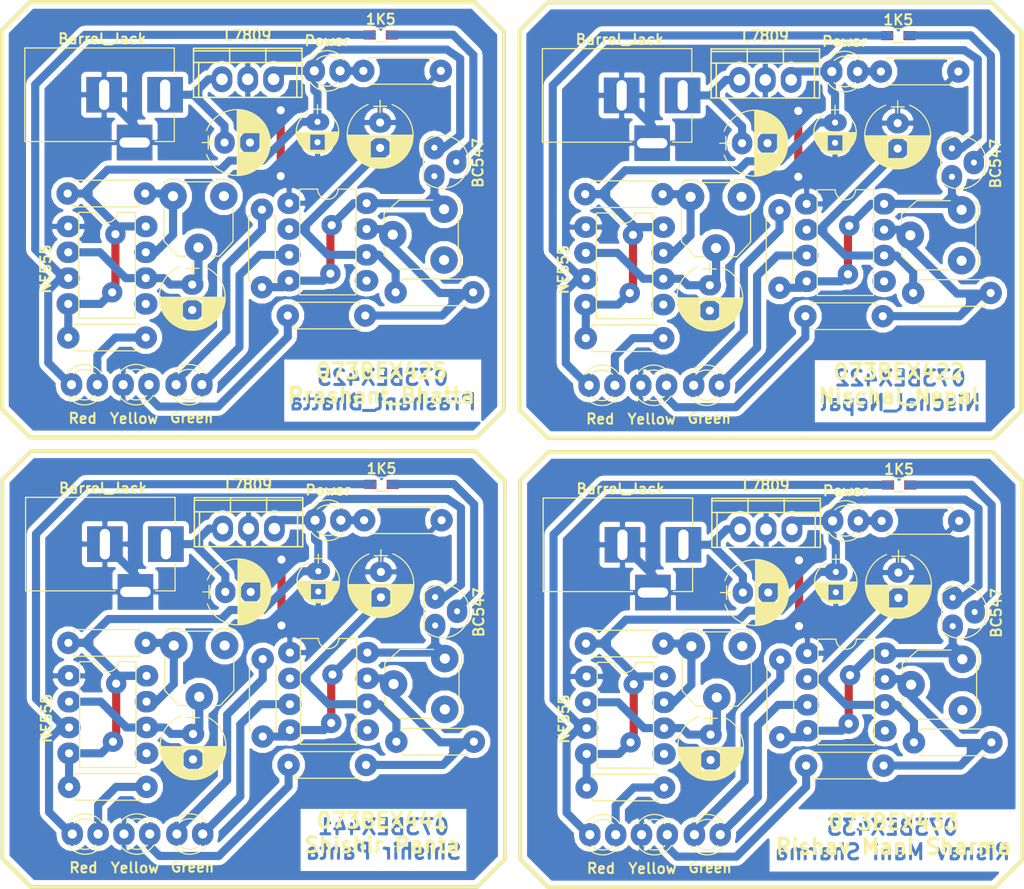
<source format=kicad_pcb>
(kicad_pcb (version 4) (host pcbnew 4.0.7)
  (layers (0 F.Cu signal) (31 B.Cu signal) (34 B.Paste user) (35 F.Paste user) (36 B.SilkS user) (37 F.SilkS user) (38 B.Mask user) (39 F.Mask user) (44 Edge.Cuts user))
  (net 0 "")
  (net 1 "Net-(C1-Pad1)")
  (net 2 GND)
  (net 3 VCC)
  (net 4 "Net-(C3-Pad1)")
  (net 5 "Net-(D1-Pad1)")
  (net 6 "Net-(D1-Pad2)")
  (net 7 "Net-(D3-Pad2)")
  (net 8 "Net-(Q1-Pad3)")
  (net 9 "Net-(R3-Pad1)")
  (net 10 "Net-(D4-Pad1)")
  (net 11 "Net-(C4-Pad2)")
  (net 12 "Net-(D2-Pad2)")
  (net 13 "Net-(D3-Pad1)")
  (net 14 "Net-(R2-Pad2)")
  (net 15 "Net-(Q1-Pad2)")
  (module Potentiometers:Potentiometer_Triwood_RM-065 (layer F.Cu) (at 114.1857 91.6686 180)
    (fp_text reference RV1 hide)
    (fp_text value "POT 100k")
    (pad 2 thru_hole circle (at 2.5 -5.04 180) (size 2.7 2.7) (drill 1) (layers *.Cu *.Mask) (net 4 "Net-(C3-Pad1)"))
    (pad 3 thru_hole circle (at 5 0 180) (size 2.7 2.7) (drill 1) (layers *.Cu *.Mask) (net 14 "Net-(R2-Pad2)"))
    (pad 1 thru_hole circle (at 0 0 180) (size 2.7 2.7) (drill 1) (layers *.Cu *.Mask))
  )
  (module TO_SOT_Packages_THT:TO-92_Molded_Narrow (layer F.Cu) (at 135.6487 87.0331 270)
    (fp_text reference Q1 hide)
    (fp_text value BC547 (at 1.3716 -3.5306 270) (layer F.SilkS) (effects (font (thickness 0.2))))
    (pad 2 thru_hole oval (at 1.27 -1.397) (size 2 2.3) (drill 0.6) (layers *.Cu *.Mask) (net 15 "Net-(Q1-Pad2)"))
    (pad 3 thru_hole oval (at 2.667 0.762) (size 2 2.3) (drill 0.6) (layers *.Cu *.Mask) (net 8 "Net-(Q1-Pad3)"))
    (pad 1 thru_hole oval (at -0.127 0.762) (size 2 2.3) (drill 0.6) (layers *.Cu *.Mask) (net 3 VCC))
  )
  (module Capacitors_THT:CP_Radial_D6.3mm_P2.50mm (layer F.Cu) (at 111.0742 100.3681 270)
    (fp_text reference C3 hide)
    (fp_text value C)
    (pad 1 thru_hole oval (at 0 0 270) (size 2 2.2) (drill 0.8) (layers *.Cu *.Mask) (net 4 "Net-(C3-Pad1)"))
    (pad 2 thru_hole oval (at 2.5 0 270) (size 2 2.2) (drill 0.8) (layers *.Cu *.Mask) (net 2 GND))
  )
  (module Capacitors_THT:CP_Radial_D6.3mm_P2.50mm (layer F.Cu) (at 129.5527 84.4296 270)
    (fp_text reference C4 hide)
    (fp_text value C hide)
    (pad 1 thru_hole oval (at 0 0 270) (size 2 2.2) (drill 0.8) (layers *.Cu *.Mask) (net 2 GND))
    (pad 2 thru_hole oval (at 2.5 0 270) (size 2 2.2) (drill 0.8) (layers *.Cu *.Mask) (net 11 "Net-(C4-Pad2)"))
  )
  (module Connectors:BARREL_JACK (layer F.Cu) (at 108.4072 81.6991)
    (fp_text reference J1 hide)
    (fp_text value Barrel_Jack (at -6.2 -5.5) (layer F.SilkS) (effects (font (thickness 0.2))))
    (pad 1 thru_hole rect (at 0 0) (size 3.5 3.5) (drill oval 1 3) (layers *.Cu *.Mask) (net 1 "Net-(C1-Pad1)"))
    (pad 2 thru_hole rect (at -6 0) (size 3.5 3.5) (drill oval 1 3) (layers *.Cu *.Mask) (net 2 GND))
    (pad 3 thru_hole rect (at -3 4.7) (size 3.5 3.5) (drill oval 3 1) (layers *.Cu *.Mask) (net 2 GND))
  )
  (module Power_Integrations:TO-220 (layer F.Cu) (at 116.5352 80.1751)
    (fp_text reference U1 hide)
    (fp_text value L7809 (at 0 -4.318) (layer F.SilkS) (effects (font (thickness 0.2))))
    (pad 2 thru_hole oval (at 0 0) (size 2.032 2.54) (drill 1.143) (layers *.Cu *.Mask) (net 2 GND))
    (pad 3 thru_hole oval (at 2.54 0) (size 2.032 2.54) (drill 1.143) (layers *.Cu *.Mask) (net 3 VCC))
    (pad 1 thru_hole oval (at -2.54 0) (size 2.032 2.54) (drill 1.143) (layers *.Cu *.Mask) (net 1 "Net-(C1-Pad1)"))
  )
  (module LEDs:LED_D3.0mm (layer F.Cu) (at 125.6157 79.3496 180)
    (fp_text reference D4 hide)
    (fp_text value Power (at 1.27 2.96 180) (layer F.SilkS) (effects (font (thickness 0.2))))
    (pad 1 thru_hole oval (at 0 0 180) (size 2.1 2.3) (drill 0.9) (layers *.Cu *.Mask) (net 10 "Net-(D4-Pad1)"))
    (pad 2 thru_hole oval (at 2.54 0 180) (size 2.1 2.3) (drill 0.9) (layers *.Cu *.Mask) (net 3 VCC))
  )
  (module Capacitors_THT:CP_Radial_D6.3mm_P2.50mm (layer F.Cu) (at 114.2492 86.3981)
    (fp_text reference C1 hide)
    (fp_text value C hide)
    (pad 1 thru_hole oval (at 0 0) (size 2 2.2) (drill 0.8) (layers *.Cu *.Mask) (net 1 "Net-(C1-Pad1)"))
    (pad 2 thru_hole oval (at 2.5 0) (size 2 2.2) (drill 0.8) (layers *.Cu *.Mask) (net 2 GND))
  )
  (module Capacitors_THT:CP_Radial_D4.0mm_P2.00mm (layer F.Cu) (at 123.3932 84.3661 270)
    (fp_text reference C2 hide)
    (fp_text value C hide)
    (pad 1 thru_hole oval (at 0 0 270) (size 1.7 2.3) (drill 0.6) (layers *.Cu *.Mask) (net 3 VCC))
    (pad 2 thru_hole oval (at 2 0 270) (size 1.7 2.3) (drill 0.6) (layers *.Cu *.Mask) (net 2 GND))
  )
  (module LEDs:LED_D3.0mm (layer F.Cu) (at 99.1997 110.2106)
    (fp_text reference D1 hide)
    (fp_text value Red (at 1.1049 3.3147) (layer F.SilkS) (effects (font (thickness 0.2))))
    (pad 1 thru_hole oval (at 0 0) (size 2.1 2.3) (drill 0.9) (layers *.Cu *.Mask) (net 5 "Net-(D1-Pad1)"))
    (pad 2 thru_hole oval (at 2.54 0) (size 2.1 2.3) (drill 0.9) (layers *.Cu *.Mask) (net 6 "Net-(D1-Pad2)"))
  )
  (module LEDs:LED_D3.0mm (layer F.Cu) (at 104.2797 110.2106)
    (fp_text reference D2 hide)
    (fp_text value Yellow (at 1.0795 3.3274) (layer F.SilkS) (effects (font (thickness 0.2))))
    (pad 1 thru_hole oval (at 0 0) (size 2.1 2.3) (drill 0.9) (layers *.Cu *.Mask) (net 2 GND))
    (pad 2 thru_hole oval (at 2.54 0) (size 2.1 2.3) (drill 0.9) (layers *.Cu *.Mask) (net 12 "Net-(D2-Pad2)"))
  )
  (module LEDs:LED_D3.0mm (layer F.Cu) (at 112.0267 110.2106 180)
    (fp_text reference D3 hide)
    (fp_text value Green (at 1.0033 -3.2512 180) (layer F.SilkS) (effects (font (thickness 0.2))))
    (pad 1 thru_hole oval (at 0 0 180) (size 2.1 2.3) (drill 0.9) (layers *.Cu *.Mask) (net 13 "Net-(D3-Pad1)"))
    (pad 2 thru_hole oval (at 2.54 0 180) (size 2.1 2.3) (drill 0.9) (layers *.Cu *.Mask) (net 7 "Net-(D3-Pad2)"))
  )
  (module Resistors_THT:R_Axial_DIN0207_L6.3mm_D2.5mm_P7.62mm_Horizontal (layer F.Cu) (at 106.5022 105.5751 180)
    (fp_text reference R1 hide)
    (fp_text value 220)
    (pad 1 thru_hole circle (at 0 0 180) (size 2.2 2.2) (drill 0.8) (layers *.Cu *.Mask) (net 6 "Net-(D1-Pad2)"))
    (pad 2 thru_hole circle (at 7.62 0 180) (size 2.2 2.2) (drill 0.8) (layers *.Cu *.Mask) (net 3 VCC))
  )
  (module Resistors_THT:R_Axial_DIN0207_L6.3mm_D2.5mm_P7.62mm_Horizontal (layer F.Cu) (at 98.8187 91.4146)
    (fp_text reference R2 hide)
    (fp_text value 4k7)
    (pad 1 thru_hole circle (at 0 0) (size 2.2 2.2) (drill 0.8) (layers *.Cu *.Mask) (net 3 VCC))
    (pad 2 thru_hole circle (at 7.62 0) (size 2.2 2.2) (drill 0.8) (layers *.Cu *.Mask) (net 14 "Net-(R2-Pad2)"))
  )
  (module Resistors_THT:R_Axial_DIN0207_L6.3mm_D2.5mm_P7.62mm_Horizontal (layer F.Cu) (at 138.6967 101.1301 180)
    (fp_text reference R3 hide)
    (fp_text value 10k)
    (pad 1 thru_hole circle (at 0 0 180) (size 2.2 2.2) (drill 0.8) (layers *.Cu *.Mask) (net 9 "Net-(R3-Pad1)"))
    (pad 2 thru_hole circle (at 7.62 0 180) (size 2.2 2.2) (drill 0.8) (layers *.Cu *.Mask) (net 11 "Net-(C4-Pad2)"))
  )
  (module Resistors_THT:R_Axial_DIN0207_L6.3mm_D2.5mm_P7.62mm_Horizontal (layer F.Cu) (at 117.9322 100.6221 90)
    (fp_text reference R4 hide)
    (fp_text value R)
    (pad 1 thru_hole circle (at 0 0 90) (size 2.2 2.2) (drill 0.8) (layers *.Cu *.Mask) (net 8 "Net-(Q1-Pad3)"))
    (pad 2 thru_hole circle (at 7.62 0 90) (size 2.2 2.2) (drill 0.8) (layers *.Cu *.Mask) (net 7 "Net-(D3-Pad2)"))
  )
  (module Resistors_THT:R_Axial_DIN0207_L6.3mm_D2.5mm_P7.62mm_Horizontal (layer F.Cu) (at 128.0922 103.4161 180)
    (fp_text reference R5 hide)
    (fp_text value 220)
    (pad 1 thru_hole circle (at 0 0 180) (size 2.2 2.2) (drill 0.8) (layers *.Cu *.Mask) (net 9 "Net-(R3-Pad1)"))
    (pad 2 thru_hole circle (at 7.62 0 180) (size 2.2 2.2) (drill 0.8) (layers *.Cu *.Mask) (net 12 "Net-(D2-Pad2)"))
  )
  (module Resistors_THT:R_Axial_DIN0207_L6.3mm_D2.5mm_P7.62mm_Horizontal (layer F.Cu) (at 127.9017 79.3496)
    (fp_text reference R6 hide)
    (fp_text value 470)
    (pad 1 thru_hole circle (at 0 0) (size 2.2 2.2) (drill 0.8) (layers *.Cu *.Mask) (net 10 "Net-(D4-Pad1)"))
    (pad 2 thru_hole circle (at 7.62 0) (size 2.2 2.2) (drill 0.8) (layers *.Cu *.Mask) (net 2 GND))
  )
  (module Potentiometers:Potentiometer_Triwood_RM-065 (layer F.Cu) (at 135.8392 97.9551 90)
    (fp_text reference RV2 hide)
    (fp_text value "POT 100k")
    (pad 2 thru_hole circle (at 2.5 -5.04 90) (size 2.7 2.7) (drill 1) (layers *.Cu *.Mask) (net 9 "Net-(R3-Pad1)"))
    (pad 3 thru_hole circle (at 5 0 90) (size 2.7 2.7) (drill 1) (layers *.Cu *.Mask) (net 8 "Net-(Q1-Pad3)"))
    (pad 1 thru_hole circle (at 0 0 90) (size 2.7 2.7) (drill 1) (layers *.Cu *.Mask))
  )
  (module Housings_DIP:DIP-8_W7.62mm (layer F.Cu) (at 98.8822 94.6531)
    (fp_text reference U2 hide)
    (fp_text value NE555 (at -2.2225 4.191 90) (layer F.SilkS) (effects (font (thickness 0.2))))
    (pad 1 thru_hole oval (at 0 0) (size 2.3 2.1) (drill 0.8) (layers *.Cu *.Mask) (net 2 GND))
    (pad 5 thru_hole oval (at 7.62 7.62) (size 2.3 2.1) (drill 0.8) (layers *.Cu *.Mask))
    (pad 2 thru_hole oval (at 0 2.54) (size 2.3 2.1) (drill 0.8) (layers *.Cu *.Mask) (net 4 "Net-(C3-Pad1)"))
    (pad 6 thru_hole oval (at 7.62 5.08) (size 2.3 2.1) (drill 0.8) (layers *.Cu *.Mask) (net 4 "Net-(C3-Pad1)"))
    (pad 3 thru_hole oval (at 0 5.08) (size 2.3 2.1) (drill 0.8) (layers *.Cu *.Mask) (net 5 "Net-(D1-Pad1)"))
    (pad 7 thru_hole oval (at 7.62 2.54) (size 2.3 2.1) (drill 0.8) (layers *.Cu *.Mask) (net 14 "Net-(R2-Pad2)"))
    (pad 4 thru_hole oval (at 0 7.62) (size 2.3 2.1) (drill 0.8) (layers *.Cu *.Mask) (net 3 VCC))
    (pad 8 thru_hole oval (at 7.62 0) (size 2.3 2.1) (drill 0.8) (layers *.Cu *.Mask) (net 3 VCC))
  )
  (module Housings_DIP:DIP-8_W7.62mm (layer F.Cu) (at 120.5992 92.3671)
    (fp_text reference U3 hide)
    (fp_text value NE555)
    (pad 1 thru_hole oval (at 0 0) (size 2.3 2.1) (drill 0.8) (layers *.Cu *.Mask) (net 2 GND))
    (pad 5 thru_hole oval (at 7.62 7.62) (size 2.3 2.1) (drill 0.8) (layers *.Cu *.Mask))
    (pad 2 thru_hole oval (at 0 2.54) (size 2.3 2.1) (drill 0.8) (layers *.Cu *.Mask) (net 11 "Net-(C4-Pad2)"))
    (pad 6 thru_hole oval (at 7.62 5.08) (size 2.3 2.1) (drill 0.8) (layers *.Cu *.Mask) (net 11 "Net-(C4-Pad2)"))
    (pad 3 thru_hole oval (at 0 5.08) (size 2.3 2.1) (drill 0.8) (layers *.Cu *.Mask) (net 13 "Net-(D3-Pad1)"))
    (pad 7 thru_hole oval (at 7.62 2.54) (size 2.3 2.1) (drill 0.8) (layers *.Cu *.Mask) (net 9 "Net-(R3-Pad1)"))
    (pad 4 thru_hole oval (at 0 7.62) (size 2.3 2.1) (drill 0.8) (layers *.Cu *.Mask) (net 8 "Net-(Q1-Pad3)"))
    (pad 8 thru_hole oval (at 7.62 0) (size 2.3 2.1) (drill 0.8) (layers *.Cu *.Mask) (net 8 "Net-(Q1-Pad3)"))
  )
  (module Resistors_SMD:R_0603_HandSoldering (layer F.Cu) (at 129.6162 75.819 180)
    (fp_text reference R7 hide)
    (fp_text value 1K5 (at 0 1.55 180) (layer F.SilkS) (effects (font (thickness 0.2))))
    (pad 1 smd rect (at -1.1 0 180) (size 1.2 0.9) (layers F.Cu F.Paste F.Mask) (net 15 "Net-(Q1-Pad2)"))
    (pad 2 smd rect (at 1.1 0 180) (size 1.2 0.9) (layers F.Cu F.Paste F.Mask) (net 5 "Net-(D1-Pad1)"))
  )
  (module Resistors_SMD:R_0603_HandSoldering (layer F.Cu) (at 180.5178 75.8825 180)
    (fp_text reference R7 hide)
    (fp_text value 1K5 (at 0 1.55 180) (layer F.SilkS) (effects (font (thickness 0.2))))
    (pad 1 smd rect (at -1.1 0 180) (size 1.2 0.9) (layers F.Cu F.Paste F.Mask) (net 15 "Net-(Q1-Pad2)"))
    (pad 2 smd rect (at 1.1 0 180) (size 1.2 0.9) (layers F.Cu F.Paste F.Mask) (net 5 "Net-(D1-Pad1)"))
  )
  (module Housings_DIP:DIP-8_W7.62mm (layer F.Cu) (at 171.5008 92.4306)
    (fp_text reference U3 hide)
    (fp_text value NE555)
    (pad 1 thru_hole oval (at 0 0) (size 2.3 2.1) (drill 0.8) (layers *.Cu *.Mask) (net 2 GND))
    (pad 5 thru_hole oval (at 7.62 7.62) (size 2.3 2.1) (drill 0.8) (layers *.Cu *.Mask))
    (pad 2 thru_hole oval (at 0 2.54) (size 2.3 2.1) (drill 0.8) (layers *.Cu *.Mask) (net 11 "Net-(C4-Pad2)"))
    (pad 6 thru_hole oval (at 7.62 5.08) (size 2.3 2.1) (drill 0.8) (layers *.Cu *.Mask) (net 11 "Net-(C4-Pad2)"))
    (pad 3 thru_hole oval (at 0 5.08) (size 2.3 2.1) (drill 0.8) (layers *.Cu *.Mask) (net 13 "Net-(D3-Pad1)"))
    (pad 7 thru_hole oval (at 7.62 2.54) (size 2.3 2.1) (drill 0.8) (layers *.Cu *.Mask) (net 9 "Net-(R3-Pad1)"))
    (pad 4 thru_hole oval (at 0 7.62) (size 2.3 2.1) (drill 0.8) (layers *.Cu *.Mask) (net 8 "Net-(Q1-Pad3)"))
    (pad 8 thru_hole oval (at 7.62 0) (size 2.3 2.1) (drill 0.8) (layers *.Cu *.Mask) (net 8 "Net-(Q1-Pad3)"))
  )
  (module Housings_DIP:DIP-8_W7.62mm (layer F.Cu) (at 149.7838 94.7166)
    (fp_text reference U2 hide)
    (fp_text value NE555 (at -2.2225 4.191 90) (layer F.SilkS) (effects (font (thickness 0.2))))
    (pad 1 thru_hole oval (at 0 0) (size 2.3 2.1) (drill 0.8) (layers *.Cu *.Mask) (net 2 GND))
    (pad 5 thru_hole oval (at 7.62 7.62) (size 2.3 2.1) (drill 0.8) (layers *.Cu *.Mask))
    (pad 2 thru_hole oval (at 0 2.54) (size 2.3 2.1) (drill 0.8) (layers *.Cu *.Mask) (net 4 "Net-(C3-Pad1)"))
    (pad 6 thru_hole oval (at 7.62 5.08) (size 2.3 2.1) (drill 0.8) (layers *.Cu *.Mask) (net 4 "Net-(C3-Pad1)"))
    (pad 3 thru_hole oval (at 0 5.08) (size 2.3 2.1) (drill 0.8) (layers *.Cu *.Mask) (net 5 "Net-(D1-Pad1)"))
    (pad 7 thru_hole oval (at 7.62 2.54) (size 2.3 2.1) (drill 0.8) (layers *.Cu *.Mask) (net 14 "Net-(R2-Pad2)"))
    (pad 4 thru_hole oval (at 0 7.62) (size 2.3 2.1) (drill 0.8) (layers *.Cu *.Mask) (net 3 VCC))
    (pad 8 thru_hole oval (at 7.62 0) (size 2.3 2.1) (drill 0.8) (layers *.Cu *.Mask) (net 3 VCC))
  )
  (module Potentiometers:Potentiometer_Triwood_RM-065 (layer F.Cu) (at 186.7408 98.0186 90)
    (fp_text reference RV2 hide)
    (fp_text value "POT 100k")
    (pad 2 thru_hole circle (at 2.5 -5.04 90) (size 2.7 2.7) (drill 1) (layers *.Cu *.Mask) (net 9 "Net-(R3-Pad1)"))
    (pad 3 thru_hole circle (at 5 0 90) (size 2.7 2.7) (drill 1) (layers *.Cu *.Mask) (net 8 "Net-(Q1-Pad3)"))
    (pad 1 thru_hole circle (at 0 0 90) (size 2.7 2.7) (drill 1) (layers *.Cu *.Mask))
  )
  (module Resistors_THT:R_Axial_DIN0207_L6.3mm_D2.5mm_P7.62mm_Horizontal (layer F.Cu) (at 178.8033 79.4131)
    (fp_text reference R6 hide)
    (fp_text value 470)
    (pad 1 thru_hole circle (at 0 0) (size 2.2 2.2) (drill 0.8) (layers *.Cu *.Mask) (net 10 "Net-(D4-Pad1)"))
    (pad 2 thru_hole circle (at 7.62 0) (size 2.2 2.2) (drill 0.8) (layers *.Cu *.Mask) (net 2 GND))
  )
  (module Resistors_THT:R_Axial_DIN0207_L6.3mm_D2.5mm_P7.62mm_Horizontal (layer F.Cu) (at 178.9938 103.4796 180)
    (fp_text reference R5 hide)
    (fp_text value 220)
    (pad 1 thru_hole circle (at 0 0 180) (size 2.2 2.2) (drill 0.8) (layers *.Cu *.Mask) (net 9 "Net-(R3-Pad1)"))
    (pad 2 thru_hole circle (at 7.62 0 180) (size 2.2 2.2) (drill 0.8) (layers *.Cu *.Mask) (net 12 "Net-(D2-Pad2)"))
  )
  (module Resistors_THT:R_Axial_DIN0207_L6.3mm_D2.5mm_P7.62mm_Horizontal (layer F.Cu) (at 168.8338 100.6856 90)
    (fp_text reference R4 hide)
    (fp_text value R)
    (pad 1 thru_hole circle (at 0 0 90) (size 2.2 2.2) (drill 0.8) (layers *.Cu *.Mask) (net 8 "Net-(Q1-Pad3)"))
    (pad 2 thru_hole circle (at 7.62 0 90) (size 2.2 2.2) (drill 0.8) (layers *.Cu *.Mask) (net 7 "Net-(D3-Pad2)"))
  )
  (module Resistors_THT:R_Axial_DIN0207_L6.3mm_D2.5mm_P7.62mm_Horizontal (layer F.Cu) (at 189.5983 101.1936 180)
    (fp_text reference R3 hide)
    (fp_text value 10k)
    (pad 1 thru_hole circle (at 0 0 180) (size 2.2 2.2) (drill 0.8) (layers *.Cu *.Mask) (net 9 "Net-(R3-Pad1)"))
    (pad 2 thru_hole circle (at 7.62 0 180) (size 2.2 2.2) (drill 0.8) (layers *.Cu *.Mask) (net 11 "Net-(C4-Pad2)"))
  )
  (module Resistors_THT:R_Axial_DIN0207_L6.3mm_D2.5mm_P7.62mm_Horizontal (layer F.Cu) (at 149.7203 91.4781)
    (fp_text reference R2 hide)
    (fp_text value 4k7)
    (pad 1 thru_hole circle (at 0 0) (size 2.2 2.2) (drill 0.8) (layers *.Cu *.Mask) (net 3 VCC))
    (pad 2 thru_hole circle (at 7.62 0) (size 2.2 2.2) (drill 0.8) (layers *.Cu *.Mask) (net 14 "Net-(R2-Pad2)"))
  )
  (module Resistors_THT:R_Axial_DIN0207_L6.3mm_D2.5mm_P7.62mm_Horizontal (layer F.Cu) (at 157.4038 105.6386 180)
    (fp_text reference R1 hide)
    (fp_text value 220)
    (pad 1 thru_hole circle (at 0 0 180) (size 2.2 2.2) (drill 0.8) (layers *.Cu *.Mask) (net 6 "Net-(D1-Pad2)"))
    (pad 2 thru_hole circle (at 7.62 0 180) (size 2.2 2.2) (drill 0.8) (layers *.Cu *.Mask) (net 3 VCC))
  )
  (module LEDs:LED_D3.0mm (layer F.Cu) (at 162.9283 110.2741 180)
    (fp_text reference D3 hide)
    (fp_text value Green (at 1.0033 -3.2512 180) (layer F.SilkS) (effects (font (thickness 0.2))))
    (pad 1 thru_hole oval (at 0 0 180) (size 2.1 2.3) (drill 0.9) (layers *.Cu *.Mask) (net 13 "Net-(D3-Pad1)"))
    (pad 2 thru_hole oval (at 2.54 0 180) (size 2.1 2.3) (drill 0.9) (layers *.Cu *.Mask) (net 7 "Net-(D3-Pad2)"))
  )
  (module LEDs:LED_D3.0mm (layer F.Cu) (at 155.1813 110.2741)
    (fp_text reference D2 hide)
    (fp_text value Yellow (at 1.0795 3.3274) (layer F.SilkS) (effects (font (thickness 0.2))))
    (pad 1 thru_hole oval (at 0 0) (size 2.1 2.3) (drill 0.9) (layers *.Cu *.Mask) (net 2 GND))
    (pad 2 thru_hole oval (at 2.54 0) (size 2.1 2.3) (drill 0.9) (layers *.Cu *.Mask) (net 12 "Net-(D2-Pad2)"))
  )
  (module LEDs:LED_D3.0mm (layer F.Cu) (at 150.1013 110.2741)
    (fp_text reference D1 hide)
    (fp_text value Red (at 1.1049 3.3147) (layer F.SilkS) (effects (font (thickness 0.2))))
    (pad 1 thru_hole oval (at 0 0) (size 2.1 2.3) (drill 0.9) (layers *.Cu *.Mask) (net 5 "Net-(D1-Pad1)"))
    (pad 2 thru_hole oval (at 2.54 0) (size 2.1 2.3) (drill 0.9) (layers *.Cu *.Mask) (net 6 "Net-(D1-Pad2)"))
  )
  (module Capacitors_THT:CP_Radial_D4.0mm_P2.00mm (layer F.Cu) (at 174.2948 84.4296 270)
    (fp_text reference C2 hide)
    (fp_text value C hide)
    (pad 1 thru_hole oval (at 0 0 270) (size 1.7 2.3) (drill 0.6) (layers *.Cu *.Mask) (net 3 VCC))
    (pad 2 thru_hole oval (at 2 0 270) (size 1.7 2.3) (drill 0.6) (layers *.Cu *.Mask) (net 2 GND))
  )
  (module Capacitors_THT:CP_Radial_D6.3mm_P2.50mm (layer F.Cu) (at 165.1508 86.4616)
    (fp_text reference C1 hide)
    (fp_text value C hide)
    (pad 1 thru_hole oval (at 0 0) (size 2 2.2) (drill 0.8) (layers *.Cu *.Mask) (net 1 "Net-(C1-Pad1)"))
    (pad 2 thru_hole oval (at 2.5 0) (size 2 2.2) (drill 0.8) (layers *.Cu *.Mask) (net 2 GND))
  )
  (module LEDs:LED_D3.0mm (layer F.Cu) (at 176.5173 79.4131 180)
    (fp_text reference D4 hide)
    (fp_text value Power (at 1.27 2.96 180) (layer F.SilkS) (effects (font (thickness 0.2))))
    (pad 1 thru_hole oval (at 0 0 180) (size 2.1 2.3) (drill 0.9) (layers *.Cu *.Mask) (net 10 "Net-(D4-Pad1)"))
    (pad 2 thru_hole oval (at 2.54 0 180) (size 2.1 2.3) (drill 0.9) (layers *.Cu *.Mask) (net 3 VCC))
  )
  (module Power_Integrations:TO-220 (layer F.Cu) (at 167.4368 80.2386)
    (fp_text reference U1 hide)
    (fp_text value L7809 (at 0 -4.318) (layer F.SilkS) (effects (font (thickness 0.2))))
    (pad 2 thru_hole oval (at 0 0) (size 2.032 2.54) (drill 1.143) (layers *.Cu *.Mask) (net 2 GND))
    (pad 3 thru_hole oval (at 2.54 0) (size 2.032 2.54) (drill 1.143) (layers *.Cu *.Mask) (net 3 VCC))
    (pad 1 thru_hole oval (at -2.54 0) (size 2.032 2.54) (drill 1.143) (layers *.Cu *.Mask) (net 1 "Net-(C1-Pad1)"))
  )
  (module Connectors:BARREL_JACK (layer F.Cu) (at 159.3088 81.7626)
    (fp_text reference J1 hide)
    (fp_text value Barrel_Jack (at -6.2 -5.5) (layer F.SilkS) (effects (font (thickness 0.2))))
    (pad 1 thru_hole rect (at 0 0) (size 3.5 3.5) (drill oval 1 3) (layers *.Cu *.Mask) (net 1 "Net-(C1-Pad1)"))
    (pad 2 thru_hole rect (at -6 0) (size 3.5 3.5) (drill oval 1 3) (layers *.Cu *.Mask) (net 2 GND))
    (pad 3 thru_hole rect (at -3 4.7) (size 3.5 3.5) (drill oval 3 1) (layers *.Cu *.Mask) (net 2 GND))
  )
  (module Capacitors_THT:CP_Radial_D6.3mm_P2.50mm (layer F.Cu) (at 180.4543 84.4931 270)
    (fp_text reference C4 hide)
    (fp_text value C hide)
    (pad 1 thru_hole oval (at 0 0 270) (size 2 2.2) (drill 0.8) (layers *.Cu *.Mask) (net 2 GND))
    (pad 2 thru_hole oval (at 2.5 0 270) (size 2 2.2) (drill 0.8) (layers *.Cu *.Mask) (net 11 "Net-(C4-Pad2)"))
  )
  (module Capacitors_THT:CP_Radial_D6.3mm_P2.50mm (layer F.Cu) (at 161.9758 100.4316 270)
    (fp_text reference C3 hide)
    (fp_text value C)
    (pad 1 thru_hole oval (at 0 0 270) (size 2 2.2) (drill 0.8) (layers *.Cu *.Mask) (net 4 "Net-(C3-Pad1)"))
    (pad 2 thru_hole oval (at 2.5 0 270) (size 2 2.2) (drill 0.8) (layers *.Cu *.Mask) (net 2 GND))
  )
  (module TO_SOT_Packages_THT:TO-92_Molded_Narrow (layer F.Cu) (at 186.5503 87.0966 270)
    (fp_text reference Q1 hide)
    (fp_text value BC547 (at 1.3716 -3.5306 270) (layer F.SilkS) (effects (font (thickness 0.2))))
    (pad 2 thru_hole oval (at 1.27 -1.397) (size 2 2.3) (drill 0.6) (layers *.Cu *.Mask) (net 15 "Net-(Q1-Pad2)"))
    (pad 3 thru_hole oval (at 2.667 0.762) (size 2 2.3) (drill 0.6) (layers *.Cu *.Mask) (net 8 "Net-(Q1-Pad3)"))
    (pad 1 thru_hole oval (at -0.127 0.762) (size 2 2.3) (drill 0.6) (layers *.Cu *.Mask) (net 3 VCC))
  )
  (module Potentiometers:Potentiometer_Triwood_RM-065 (layer F.Cu) (at 165.0873 91.7321 180)
    (fp_text reference RV1 hide)
    (fp_text value "POT 100k")
    (pad 2 thru_hole circle (at 2.5 -5.04 180) (size 2.7 2.7) (drill 1) (layers *.Cu *.Mask) (net 4 "Net-(C3-Pad1)"))
    (pad 3 thru_hole circle (at 5 0 180) (size 2.7 2.7) (drill 1) (layers *.Cu *.Mask) (net 14 "Net-(R2-Pad2)"))
    (pad 1 thru_hole circle (at 0 0 180) (size 2.7 2.7) (drill 1) (layers *.Cu *.Mask))
  )
  (module Potentiometers:Potentiometer_Triwood_RM-065 (layer F.Cu) (at 165.0111 47.5361 180)
    (fp_text reference RV1 hide)
    (fp_text value "POT 100k")
    (pad 2 thru_hole circle (at 2.5 -5.04 180) (size 2.7 2.7) (drill 1) (layers *.Cu *.Mask) (net 4 "Net-(C3-Pad1)"))
    (pad 3 thru_hole circle (at 5 0 180) (size 2.7 2.7) (drill 1) (layers *.Cu *.Mask) (net 14 "Net-(R2-Pad2)"))
    (pad 1 thru_hole circle (at 0 0 180) (size 2.7 2.7) (drill 1) (layers *.Cu *.Mask))
  )
  (module TO_SOT_Packages_THT:TO-92_Molded_Narrow (layer F.Cu) (at 186.4741 42.9006 270)
    (fp_text reference Q1 hide)
    (fp_text value BC547 (at 1.3716 -3.5306 270) (layer F.SilkS) (effects (font (thickness 0.2))))
    (pad 2 thru_hole oval (at 1.27 -1.397) (size 2 2.3) (drill 0.6) (layers *.Cu *.Mask) (net 15 "Net-(Q1-Pad2)"))
    (pad 3 thru_hole oval (at 2.667 0.762) (size 2 2.3) (drill 0.6) (layers *.Cu *.Mask) (net 8 "Net-(Q1-Pad3)"))
    (pad 1 thru_hole oval (at -0.127 0.762) (size 2 2.3) (drill 0.6) (layers *.Cu *.Mask) (net 3 VCC))
  )
  (module Capacitors_THT:CP_Radial_D6.3mm_P2.50mm (layer F.Cu) (at 161.8996 56.2356 270)
    (fp_text reference C3 hide)
    (fp_text value C)
    (pad 1 thru_hole oval (at 0 0 270) (size 2 2.2) (drill 0.8) (layers *.Cu *.Mask) (net 4 "Net-(C3-Pad1)"))
    (pad 2 thru_hole oval (at 2.5 0 270) (size 2 2.2) (drill 0.8) (layers *.Cu *.Mask) (net 2 GND))
  )
  (module Capacitors_THT:CP_Radial_D6.3mm_P2.50mm (layer F.Cu) (at 180.3781 40.2971 270)
    (fp_text reference C4 hide)
    (fp_text value C hide)
    (pad 1 thru_hole oval (at 0 0 270) (size 2 2.2) (drill 0.8) (layers *.Cu *.Mask) (net 2 GND))
    (pad 2 thru_hole oval (at 2.5 0 270) (size 2 2.2) (drill 0.8) (layers *.Cu *.Mask) (net 11 "Net-(C4-Pad2)"))
  )
  (module Connectors:BARREL_JACK (layer F.Cu) (at 159.2326 37.5666)
    (fp_text reference J1 hide)
    (fp_text value Barrel_Jack (at -6.2 -5.5) (layer F.SilkS) (effects (font (thickness 0.2))))
    (pad 1 thru_hole rect (at 0 0) (size 3.5 3.5) (drill oval 1 3) (layers *.Cu *.Mask) (net 1 "Net-(C1-Pad1)"))
    (pad 2 thru_hole rect (at -6 0) (size 3.5 3.5) (drill oval 1 3) (layers *.Cu *.Mask) (net 2 GND))
    (pad 3 thru_hole rect (at -3 4.7) (size 3.5 3.5) (drill oval 3 1) (layers *.Cu *.Mask) (net 2 GND))
  )
  (module Power_Integrations:TO-220 (layer F.Cu) (at 167.3606 36.0426)
    (fp_text reference U1 hide)
    (fp_text value L7809 (at 0 -4.318) (layer F.SilkS) (effects (font (thickness 0.2))))
    (pad 2 thru_hole oval (at 0 0) (size 2.032 2.54) (drill 1.143) (layers *.Cu *.Mask) (net 2 GND))
    (pad 3 thru_hole oval (at 2.54 0) (size 2.032 2.54) (drill 1.143) (layers *.Cu *.Mask) (net 3 VCC))
    (pad 1 thru_hole oval (at -2.54 0) (size 2.032 2.54) (drill 1.143) (layers *.Cu *.Mask) (net 1 "Net-(C1-Pad1)"))
  )
  (module LEDs:LED_D3.0mm (layer F.Cu) (at 176.4411 35.2171 180)
    (fp_text reference D4 hide)
    (fp_text value Power (at 1.27 2.96 180) (layer F.SilkS) (effects (font (thickness 0.2))))
    (pad 1 thru_hole oval (at 0 0 180) (size 2.1 2.3) (drill 0.9) (layers *.Cu *.Mask) (net 10 "Net-(D4-Pad1)"))
    (pad 2 thru_hole oval (at 2.54 0 180) (size 2.1 2.3) (drill 0.9) (layers *.Cu *.Mask) (net 3 VCC))
  )
  (module Capacitors_THT:CP_Radial_D6.3mm_P2.50mm (layer F.Cu) (at 165.0746 42.2656)
    (fp_text reference C1 hide)
    (fp_text value C hide)
    (pad 1 thru_hole oval (at 0 0) (size 2 2.2) (drill 0.8) (layers *.Cu *.Mask) (net 1 "Net-(C1-Pad1)"))
    (pad 2 thru_hole oval (at 2.5 0) (size 2 2.2) (drill 0.8) (layers *.Cu *.Mask) (net 2 GND))
  )
  (module Capacitors_THT:CP_Radial_D4.0mm_P2.00mm (layer F.Cu) (at 174.2186 40.2336 270)
    (fp_text reference C2 hide)
    (fp_text value C hide)
    (pad 1 thru_hole oval (at 0 0 270) (size 1.7 2.3) (drill 0.6) (layers *.Cu *.Mask) (net 3 VCC))
    (pad 2 thru_hole oval (at 2 0 270) (size 1.7 2.3) (drill 0.6) (layers *.Cu *.Mask) (net 2 GND))
  )
  (module LEDs:LED_D3.0mm (layer F.Cu) (at 150.0251 66.0781)
    (fp_text reference D1 hide)
    (fp_text value Red (at 1.1049 3.3147) (layer F.SilkS) (effects (font (thickness 0.2))))
    (pad 1 thru_hole oval (at 0 0) (size 2.1 2.3) (drill 0.9) (layers *.Cu *.Mask) (net 5 "Net-(D1-Pad1)"))
    (pad 2 thru_hole oval (at 2.54 0) (size 2.1 2.3) (drill 0.9) (layers *.Cu *.Mask) (net 6 "Net-(D1-Pad2)"))
  )
  (module LEDs:LED_D3.0mm (layer F.Cu) (at 155.1051 66.0781)
    (fp_text reference D2 hide)
    (fp_text value Yellow (at 1.0795 3.3274) (layer F.SilkS) (effects (font (thickness 0.2))))
    (pad 1 thru_hole oval (at 0 0) (size 2.1 2.3) (drill 0.9) (layers *.Cu *.Mask) (net 2 GND))
    (pad 2 thru_hole oval (at 2.54 0) (size 2.1 2.3) (drill 0.9) (layers *.Cu *.Mask) (net 12 "Net-(D2-Pad2)"))
  )
  (module LEDs:LED_D3.0mm (layer F.Cu) (at 162.8521 66.0781 180)
    (fp_text reference D3 hide)
    (fp_text value Green (at 1.0033 -3.2512 180) (layer F.SilkS) (effects (font (thickness 0.2))))
    (pad 1 thru_hole oval (at 0 0 180) (size 2.1 2.3) (drill 0.9) (layers *.Cu *.Mask) (net 13 "Net-(D3-Pad1)"))
    (pad 2 thru_hole oval (at 2.54 0 180) (size 2.1 2.3) (drill 0.9) (layers *.Cu *.Mask) (net 7 "Net-(D3-Pad2)"))
  )
  (module Resistors_THT:R_Axial_DIN0207_L6.3mm_D2.5mm_P7.62mm_Horizontal (layer F.Cu) (at 157.3276 61.4426 180)
    (fp_text reference R1 hide)
    (fp_text value 220)
    (pad 1 thru_hole circle (at 0 0 180) (size 2.2 2.2) (drill 0.8) (layers *.Cu *.Mask) (net 6 "Net-(D1-Pad2)"))
    (pad 2 thru_hole circle (at 7.62 0 180) (size 2.2 2.2) (drill 0.8) (layers *.Cu *.Mask) (net 3 VCC))
  )
  (module Resistors_THT:R_Axial_DIN0207_L6.3mm_D2.5mm_P7.62mm_Horizontal (layer F.Cu) (at 149.6441 47.2821)
    (fp_text reference R2 hide)
    (fp_text value 4k7)
    (pad 1 thru_hole circle (at 0 0) (size 2.2 2.2) (drill 0.8) (layers *.Cu *.Mask) (net 3 VCC))
    (pad 2 thru_hole circle (at 7.62 0) (size 2.2 2.2) (drill 0.8) (layers *.Cu *.Mask) (net 14 "Net-(R2-Pad2)"))
  )
  (module Resistors_THT:R_Axial_DIN0207_L6.3mm_D2.5mm_P7.62mm_Horizontal (layer F.Cu) (at 189.5221 56.9976 180)
    (fp_text reference R3 hide)
    (fp_text value 10k)
    (pad 1 thru_hole circle (at 0 0 180) (size 2.2 2.2) (drill 0.8) (layers *.Cu *.Mask) (net 9 "Net-(R3-Pad1)"))
    (pad 2 thru_hole circle (at 7.62 0 180) (size 2.2 2.2) (drill 0.8) (layers *.Cu *.Mask) (net 11 "Net-(C4-Pad2)"))
  )
  (module Resistors_THT:R_Axial_DIN0207_L6.3mm_D2.5mm_P7.62mm_Horizontal (layer F.Cu) (at 168.7576 56.4896 90)
    (fp_text reference R4 hide)
    (fp_text value R)
    (pad 1 thru_hole circle (at 0 0 90) (size 2.2 2.2) (drill 0.8) (layers *.Cu *.Mask) (net 8 "Net-(Q1-Pad3)"))
    (pad 2 thru_hole circle (at 7.62 0 90) (size 2.2 2.2) (drill 0.8) (layers *.Cu *.Mask) (net 7 "Net-(D3-Pad2)"))
  )
  (module Resistors_THT:R_Axial_DIN0207_L6.3mm_D2.5mm_P7.62mm_Horizontal (layer F.Cu) (at 178.9176 59.2836 180)
    (fp_text reference R5 hide)
    (fp_text value 220)
    (pad 1 thru_hole circle (at 0 0 180) (size 2.2 2.2) (drill 0.8) (layers *.Cu *.Mask) (net 9 "Net-(R3-Pad1)"))
    (pad 2 thru_hole circle (at 7.62 0 180) (size 2.2 2.2) (drill 0.8) (layers *.Cu *.Mask) (net 12 "Net-(D2-Pad2)"))
  )
  (module Resistors_THT:R_Axial_DIN0207_L6.3mm_D2.5mm_P7.62mm_Horizontal (layer F.Cu) (at 178.7271 35.2171)
    (fp_text reference R6 hide)
    (fp_text value 470)
    (pad 1 thru_hole circle (at 0 0) (size 2.2 2.2) (drill 0.8) (layers *.Cu *.Mask) (net 10 "Net-(D4-Pad1)"))
    (pad 2 thru_hole circle (at 7.62 0) (size 2.2 2.2) (drill 0.8) (layers *.Cu *.Mask) (net 2 GND))
  )
  (module Potentiometers:Potentiometer_Triwood_RM-065 (layer F.Cu) (at 186.6646 53.8226 90)
    (fp_text reference RV2 hide)
    (fp_text value "POT 100k")
    (pad 2 thru_hole circle (at 2.5 -5.04 90) (size 2.7 2.7) (drill 1) (layers *.Cu *.Mask) (net 9 "Net-(R3-Pad1)"))
    (pad 3 thru_hole circle (at 5 0 90) (size 2.7 2.7) (drill 1) (layers *.Cu *.Mask) (net 8 "Net-(Q1-Pad3)"))
    (pad 1 thru_hole circle (at 0 0 90) (size 2.7 2.7) (drill 1) (layers *.Cu *.Mask))
  )
  (module Housings_DIP:DIP-8_W7.62mm (layer F.Cu) (at 149.7076 50.5206)
    (fp_text reference U2 hide)
    (fp_text value NE555 (at -2.2225 4.191 90) (layer F.SilkS) (effects (font (thickness 0.2))))
    (pad 1 thru_hole oval (at 0 0) (size 2.3 2.1) (drill 0.8) (layers *.Cu *.Mask) (net 2 GND))
    (pad 5 thru_hole oval (at 7.62 7.62) (size 2.3 2.1) (drill 0.8) (layers *.Cu *.Mask))
    (pad 2 thru_hole oval (at 0 2.54) (size 2.3 2.1) (drill 0.8) (layers *.Cu *.Mask) (net 4 "Net-(C3-Pad1)"))
    (pad 6 thru_hole oval (at 7.62 5.08) (size 2.3 2.1) (drill 0.8) (layers *.Cu *.Mask) (net 4 "Net-(C3-Pad1)"))
    (pad 3 thru_hole oval (at 0 5.08) (size 2.3 2.1) (drill 0.8) (layers *.Cu *.Mask) (net 5 "Net-(D1-Pad1)"))
    (pad 7 thru_hole oval (at 7.62 2.54) (size 2.3 2.1) (drill 0.8) (layers *.Cu *.Mask) (net 14 "Net-(R2-Pad2)"))
    (pad 4 thru_hole oval (at 0 7.62) (size 2.3 2.1) (drill 0.8) (layers *.Cu *.Mask) (net 3 VCC))
    (pad 8 thru_hole oval (at 7.62 0) (size 2.3 2.1) (drill 0.8) (layers *.Cu *.Mask) (net 3 VCC))
  )
  (module Housings_DIP:DIP-8_W7.62mm (layer F.Cu) (at 171.4246 48.2346)
    (fp_text reference U3 hide)
    (fp_text value NE555)
    (pad 1 thru_hole oval (at 0 0) (size 2.3 2.1) (drill 0.8) (layers *.Cu *.Mask) (net 2 GND))
    (pad 5 thru_hole oval (at 7.62 7.62) (size 2.3 2.1) (drill 0.8) (layers *.Cu *.Mask))
    (pad 2 thru_hole oval (at 0 2.54) (size 2.3 2.1) (drill 0.8) (layers *.Cu *.Mask) (net 11 "Net-(C4-Pad2)"))
    (pad 6 thru_hole oval (at 7.62 5.08) (size 2.3 2.1) (drill 0.8) (layers *.Cu *.Mask) (net 11 "Net-(C4-Pad2)"))
    (pad 3 thru_hole oval (at 0 5.08) (size 2.3 2.1) (drill 0.8) (layers *.Cu *.Mask) (net 13 "Net-(D3-Pad1)"))
    (pad 7 thru_hole oval (at 7.62 2.54) (size 2.3 2.1) (drill 0.8) (layers *.Cu *.Mask) (net 9 "Net-(R3-Pad1)"))
    (pad 4 thru_hole oval (at 0 7.62) (size 2.3 2.1) (drill 0.8) (layers *.Cu *.Mask) (net 8 "Net-(Q1-Pad3)"))
    (pad 8 thru_hole oval (at 7.62 0) (size 2.3 2.1) (drill 0.8) (layers *.Cu *.Mask) (net 8 "Net-(Q1-Pad3)"))
  )
  (module Resistors_SMD:R_0603_HandSoldering (layer F.Cu) (at 180.4416 31.6865 180)
    (fp_text reference R7 hide)
    (fp_text value 1K5 (at 0 1.55 180) (layer F.SilkS) (effects (font (thickness 0.2))))
    (pad 1 smd rect (at -1.1 0 180) (size 1.2 0.9) (layers F.Cu F.Paste F.Mask) (net 15 "Net-(Q1-Pad2)"))
    (pad 2 smd rect (at 1.1 0 180) (size 1.2 0.9) (layers F.Cu F.Paste F.Mask) (net 5 "Net-(D1-Pad1)"))
  )
  (module Resistors_SMD:R_0603_HandSoldering (layer F.Cu) (at 129.54 31.623 180)
    (fp_text reference R7 hide)
    (fp_text value 1K5 (at 0 1.55 180) (layer F.SilkS) (effects (font (thickness 0.2))))
    (pad 1 smd rect (at -1.1 0 180) (size 1.2 0.9) (layers F.Cu F.Paste F.Mask) (net 15 "Net-(Q1-Pad2)"))
    (pad 2 smd rect (at 1.1 0 180) (size 1.2 0.9) (layers F.Cu F.Paste F.Mask) (net 5 "Net-(D1-Pad1)"))
  )
  (module Housings_DIP:DIP-8_W7.62mm (layer F.Cu) (at 120.523 48.1711)
    (fp_text reference U3 hide)
    (fp_text value NE555)
    (pad 1 thru_hole oval (at 0 0) (size 2.3 2.1) (drill 0.8) (layers *.Cu *.Mask) (net 2 GND))
    (pad 5 thru_hole oval (at 7.62 7.62) (size 2.3 2.1) (drill 0.8) (layers *.Cu *.Mask))
    (pad 2 thru_hole oval (at 0 2.54) (size 2.3 2.1) (drill 0.8) (layers *.Cu *.Mask) (net 11 "Net-(C4-Pad2)"))
    (pad 6 thru_hole oval (at 7.62 5.08) (size 2.3 2.1) (drill 0.8) (layers *.Cu *.Mask) (net 11 "Net-(C4-Pad2)"))
    (pad 3 thru_hole oval (at 0 5.08) (size 2.3 2.1) (drill 0.8) (layers *.Cu *.Mask) (net 13 "Net-(D3-Pad1)"))
    (pad 7 thru_hole oval (at 7.62 2.54) (size 2.3 2.1) (drill 0.8) (layers *.Cu *.Mask) (net 9 "Net-(R3-Pad1)"))
    (pad 4 thru_hole oval (at 0 7.62) (size 2.3 2.1) (drill 0.8) (layers *.Cu *.Mask) (net 8 "Net-(Q1-Pad3)"))
    (pad 8 thru_hole oval (at 7.62 0) (size 2.3 2.1) (drill 0.8) (layers *.Cu *.Mask) (net 8 "Net-(Q1-Pad3)"))
  )
  (module Housings_DIP:DIP-8_W7.62mm (layer F.Cu) (at 98.806 50.4571)
    (fp_text reference U2 hide)
    (fp_text value NE555 (at -2.2225 4.191 90) (layer F.SilkS) (effects (font (thickness 0.2))))
    (pad 1 thru_hole oval (at 0 0) (size 2.3 2.1) (drill 0.8) (layers *.Cu *.Mask) (net 2 GND))
    (pad 5 thru_hole oval (at 7.62 7.62) (size 2.3 2.1) (drill 0.8) (layers *.Cu *.Mask))
    (pad 2 thru_hole oval (at 0 2.54) (size 2.3 2.1) (drill 0.8) (layers *.Cu *.Mask) (net 4 "Net-(C3-Pad1)"))
    (pad 6 thru_hole oval (at 7.62 5.08) (size 2.3 2.1) (drill 0.8) (layers *.Cu *.Mask) (net 4 "Net-(C3-Pad1)"))
    (pad 3 thru_hole oval (at 0 5.08) (size 2.3 2.1) (drill 0.8) (layers *.Cu *.Mask) (net 5 "Net-(D1-Pad1)"))
    (pad 7 thru_hole oval (at 7.62 2.54) (size 2.3 2.1) (drill 0.8) (layers *.Cu *.Mask) (net 14 "Net-(R2-Pad2)"))
    (pad 4 thru_hole oval (at 0 7.62) (size 2.3 2.1) (drill 0.8) (layers *.Cu *.Mask) (net 3 VCC))
    (pad 8 thru_hole oval (at 7.62 0) (size 2.3 2.1) (drill 0.8) (layers *.Cu *.Mask) (net 3 VCC))
  )
  (module Potentiometers:Potentiometer_Triwood_RM-065 (layer F.Cu) (at 135.763 53.7591 90)
    (fp_text reference RV2 hide)
    (fp_text value "POT 100k")
    (pad 2 thru_hole circle (at 2.5 -5.04 90) (size 2.7 2.7) (drill 1) (layers *.Cu *.Mask) (net 9 "Net-(R3-Pad1)"))
    (pad 3 thru_hole circle (at 5 0 90) (size 2.7 2.7) (drill 1) (layers *.Cu *.Mask) (net 8 "Net-(Q1-Pad3)"))
    (pad 1 thru_hole circle (at 0 0 90) (size 2.7 2.7) (drill 1) (layers *.Cu *.Mask))
  )
  (module Resistors_THT:R_Axial_DIN0207_L6.3mm_D2.5mm_P7.62mm_Horizontal (layer F.Cu) (at 127.8255 35.1536)
    (fp_text reference R6 hide)
    (fp_text value 470)
    (pad 1 thru_hole circle (at 0 0) (size 2.2 2.2) (drill 0.8) (layers *.Cu *.Mask) (net 10 "Net-(D4-Pad1)"))
    (pad 2 thru_hole circle (at 7.62 0) (size 2.2 2.2) (drill 0.8) (layers *.Cu *.Mask) (net 2 GND))
  )
  (module Resistors_THT:R_Axial_DIN0207_L6.3mm_D2.5mm_P7.62mm_Horizontal (layer F.Cu) (at 128.016 59.2201 180)
    (fp_text reference R5 hide)
    (fp_text value 220)
    (pad 1 thru_hole circle (at 0 0 180) (size 2.2 2.2) (drill 0.8) (layers *.Cu *.Mask) (net 9 "Net-(R3-Pad1)"))
    (pad 2 thru_hole circle (at 7.62 0 180) (size 2.2 2.2) (drill 0.8) (layers *.Cu *.Mask) (net 12 "Net-(D2-Pad2)"))
  )
  (module Resistors_THT:R_Axial_DIN0207_L6.3mm_D2.5mm_P7.62mm_Horizontal (layer F.Cu) (at 117.856 56.4261 90)
    (fp_text reference R4 hide)
    (fp_text value R)
    (pad 1 thru_hole circle (at 0 0 90) (size 2.2 2.2) (drill 0.8) (layers *.Cu *.Mask) (net 8 "Net-(Q1-Pad3)"))
    (pad 2 thru_hole circle (at 7.62 0 90) (size 2.2 2.2) (drill 0.8) (layers *.Cu *.Mask) (net 7 "Net-(D3-Pad2)"))
  )
  (module Resistors_THT:R_Axial_DIN0207_L6.3mm_D2.5mm_P7.62mm_Horizontal (layer F.Cu) (at 138.6205 56.9341 180)
    (fp_text reference R3 hide)
    (fp_text value 10k)
    (pad 1 thru_hole circle (at 0 0 180) (size 2.2 2.2) (drill 0.8) (layers *.Cu *.Mask) (net 9 "Net-(R3-Pad1)"))
    (pad 2 thru_hole circle (at 7.62 0 180) (size 2.2 2.2) (drill 0.8) (layers *.Cu *.Mask) (net 11 "Net-(C4-Pad2)"))
  )
  (module Resistors_THT:R_Axial_DIN0207_L6.3mm_D2.5mm_P7.62mm_Horizontal (layer F.Cu) (at 98.7425 47.2186)
    (fp_text reference R2 hide)
    (fp_text value 4k7)
    (pad 1 thru_hole circle (at 0 0) (size 2.2 2.2) (drill 0.8) (layers *.Cu *.Mask) (net 3 VCC))
    (pad 2 thru_hole circle (at 7.62 0) (size 2.2 2.2) (drill 0.8) (layers *.Cu *.Mask) (net 14 "Net-(R2-Pad2)"))
  )
  (module Resistors_THT:R_Axial_DIN0207_L6.3mm_D2.5mm_P7.62mm_Horizontal (layer F.Cu) (at 106.426 61.3791 180)
    (fp_text reference R1 hide)
    (fp_text value 220)
    (pad 1 thru_hole circle (at 0 0 180) (size 2.2 2.2) (drill 0.8) (layers *.Cu *.Mask) (net 6 "Net-(D1-Pad2)"))
    (pad 2 thru_hole circle (at 7.62 0 180) (size 2.2 2.2) (drill 0.8) (layers *.Cu *.Mask) (net 3 VCC))
  )
  (module LEDs:LED_D3.0mm (layer F.Cu) (at 111.9505 66.0146 180)
    (fp_text reference D3 hide)
    (fp_text value Green (at 1.0033 -3.2512 180) (layer F.SilkS) (effects (font (thickness 0.2))))
    (pad 1 thru_hole oval (at 0 0 180) (size 2.1 2.3) (drill 0.9) (layers *.Cu *.Mask) (net 13 "Net-(D3-Pad1)"))
    (pad 2 thru_hole oval (at 2.54 0 180) (size 2.1 2.3) (drill 0.9) (layers *.Cu *.Mask) (net 7 "Net-(D3-Pad2)"))
  )
  (module LEDs:LED_D3.0mm (layer F.Cu) (at 104.2035 66.0146)
    (fp_text reference D2 hide)
    (fp_text value Yellow (at 1.0795 3.3274) (layer F.SilkS) (effects (font (thickness 0.2))))
    (pad 1 thru_hole oval (at 0 0) (size 2.1 2.3) (drill 0.9) (layers *.Cu *.Mask) (net 2 GND))
    (pad 2 thru_hole oval (at 2.54 0) (size 2.1 2.3) (drill 0.9) (layers *.Cu *.Mask) (net 12 "Net-(D2-Pad2)"))
  )
  (module LEDs:LED_D3.0mm (layer F.Cu) (at 99.1235 66.0146)
    (fp_text reference D1 hide)
    (fp_text value Red (at 1.1049 3.3147) (layer F.SilkS) (effects (font (thickness 0.2))))
    (pad 1 thru_hole oval (at 0 0) (size 2.1 2.3) (drill 0.9) (layers *.Cu *.Mask) (net 5 "Net-(D1-Pad1)"))
    (pad 2 thru_hole oval (at 2.54 0) (size 2.1 2.3) (drill 0.9) (layers *.Cu *.Mask) (net 6 "Net-(D1-Pad2)"))
  )
  (module Capacitors_THT:CP_Radial_D4.0mm_P2.00mm (layer F.Cu) (at 123.317 40.1701 270)
    (fp_text reference C2 hide)
    (fp_text value C hide)
    (pad 1 thru_hole oval (at 0 0 270) (size 1.7 2.3) (drill 0.6) (layers *.Cu *.Mask) (net 3 VCC))
    (pad 2 thru_hole oval (at 2 0 270) (size 1.7 2.3) (drill 0.6) (layers *.Cu *.Mask) (net 2 GND))
  )
  (module Capacitors_THT:CP_Radial_D6.3mm_P2.50mm (layer F.Cu) (at 114.173 42.2021)
    (fp_text reference C1 hide)
    (fp_text value C hide)
    (pad 1 thru_hole oval (at 0 0) (size 2 2.2) (drill 0.8) (layers *.Cu *.Mask) (net 1 "Net-(C1-Pad1)"))
    (pad 2 thru_hole oval (at 2.5 0) (size 2 2.2) (drill 0.8) (layers *.Cu *.Mask) (net 2 GND))
  )
  (module LEDs:LED_D3.0mm (layer F.Cu) (at 125.5395 35.1536 180)
    (fp_text reference D4 hide)
    (fp_text value Power (at 1.27 2.96 180) (layer F.SilkS) (effects (font (thickness 0.2))))
    (pad 1 thru_hole oval (at 0 0 180) (size 2.1 2.3) (drill 0.9) (layers *.Cu *.Mask) (net 10 "Net-(D4-Pad1)"))
    (pad 2 thru_hole oval (at 2.54 0 180) (size 2.1 2.3) (drill 0.9) (layers *.Cu *.Mask) (net 3 VCC))
  )
  (module Power_Integrations:TO-220 (layer F.Cu) (at 116.459 35.9791)
    (fp_text reference U1 hide)
    (fp_text value L7809 (at 0 -4.318) (layer F.SilkS) (effects (font (thickness 0.2))))
    (pad 2 thru_hole oval (at 0 0) (size 2.032 2.54) (drill 1.143) (layers *.Cu *.Mask) (net 2 GND))
    (pad 3 thru_hole oval (at 2.54 0) (size 2.032 2.54) (drill 1.143) (layers *.Cu *.Mask) (net 3 VCC))
    (pad 1 thru_hole oval (at -2.54 0) (size 2.032 2.54) (drill 1.143) (layers *.Cu *.Mask) (net 1 "Net-(C1-Pad1)"))
  )
  (module Connectors:BARREL_JACK (layer F.Cu) (at 108.331 37.5031)
    (fp_text reference J1 hide)
    (fp_text value Barrel_Jack (at -6.2 -5.5) (layer F.SilkS) (effects (font (thickness 0.2))))
    (pad 1 thru_hole rect (at 0 0) (size 3.5 3.5) (drill oval 1 3) (layers *.Cu *.Mask) (net 1 "Net-(C1-Pad1)"))
    (pad 2 thru_hole rect (at -6 0) (size 3.5 3.5) (drill oval 1 3) (layers *.Cu *.Mask) (net 2 GND))
    (pad 3 thru_hole rect (at -3 4.7) (size 3.5 3.5) (drill oval 3 1) (layers *.Cu *.Mask) (net 2 GND))
  )
  (module Capacitors_THT:CP_Radial_D6.3mm_P2.50mm (layer F.Cu) (at 129.4765 40.2336 270)
    (fp_text reference C4 hide)
    (fp_text value C hide)
    (pad 1 thru_hole oval (at 0 0 270) (size 2 2.2) (drill 0.8) (layers *.Cu *.Mask) (net 2 GND))
    (pad 2 thru_hole oval (at 2.5 0 270) (size 2 2.2) (drill 0.8) (layers *.Cu *.Mask) (net 11 "Net-(C4-Pad2)"))
  )
  (module Capacitors_THT:CP_Radial_D6.3mm_P2.50mm (layer F.Cu) (at 110.998 56.1721 270)
    (fp_text reference C3 hide)
    (fp_text value C)
    (pad 1 thru_hole oval (at 0 0 270) (size 2 2.2) (drill 0.8) (layers *.Cu *.Mask) (net 4 "Net-(C3-Pad1)"))
    (pad 2 thru_hole oval (at 2.5 0 270) (size 2 2.2) (drill 0.8) (layers *.Cu *.Mask) (net 2 GND))
  )
  (module TO_SOT_Packages_THT:TO-92_Molded_Narrow (layer F.Cu) (at 135.5725 42.8371 270)
    (fp_text reference Q1 hide)
    (fp_text value BC547 (at 1.3716 -3.5306 270) (layer F.SilkS) (effects (font (thickness 0.2))))
    (pad 2 thru_hole oval (at 1.27 -1.397) (size 2 2.3) (drill 0.6) (layers *.Cu *.Mask) (net 15 "Net-(Q1-Pad2)"))
    (pad 3 thru_hole oval (at 2.667 0.762) (size 2 2.3) (drill 0.6) (layers *.Cu *.Mask) (net 8 "Net-(Q1-Pad3)"))
    (pad 1 thru_hole oval (at -0.127 0.762) (size 2 2.3) (drill 0.6) (layers *.Cu *.Mask) (net 3 VCC))
  )
  (module Potentiometers:Potentiometer_Triwood_RM-065 (layer F.Cu) (at 114.1095 47.4726 180)
    (fp_text reference RV1 hide)
    (fp_text value "POT 100k")
    (pad 2 thru_hole circle (at 2.5 -5.04 180) (size 2.7 2.7) (drill 1) (layers *.Cu *.Mask) (net 4 "Net-(C3-Pad1)"))
    (pad 3 thru_hole circle (at 5 0 180) (size 2.7 2.7) (drill 1) (layers *.Cu *.Mask) (net 14 "Net-(R2-Pad2)"))
    (pad 1 thru_hole circle (at 0 0 180) (size 2.7 2.7) (drill 1) (layers *.Cu *.Mask))
  )
  (gr_text "073BEX441\nShishir Panta" (at 129.6797 110.0836) (layer F.SilkS) (effects (font (size 1.5 1.5) (thickness 0.3))))
  (gr_text "073BEX441\nShishir Panta" (at 129.8067 110.7186) (layer B.Cu) (effects (font (size 1.5 1.5) (thickness 0.3)) (justify mirror)))
  (gr_line (start 141.7447 75.4761) (end 138.8237 72.5551) (angle 90) (layer F.SilkS) (width 0.35))
  (gr_line (start 141.7447 112.6871) (end 141.7447 75.4761) (angle 90) (layer F.SilkS) (width 0.35))
  (gr_line (start 139.0142 115.4176) (end 141.7447 112.6871) (angle 90) (layer F.SilkS) (width 0.35))
  (gr_line (start 95.1357 115.4176) (end 139.0142 115.4176) (angle 90) (layer F.SilkS) (width 0.35))
  (gr_line (start 92.3417 112.6236) (end 95.1357 115.4176) (angle 90) (layer F.SilkS) (width 0.35))
  (gr_line (start 92.3417 75.3491) (end 92.3417 112.6236) (angle 90) (layer F.SilkS) (width 0.35))
  (gr_line (start 95.1357 72.5551) (end 92.3417 75.3491) (angle 90) (layer F.SilkS) (width 0.35))
  (gr_line (start 138.7602 72.5551) (end 95.1357 72.5551) (angle 90) (layer F.SilkS) (width 0.35))
  (gr_line (start 189.6618 72.6186) (end 146.0373 72.6186) (angle 90) (layer F.SilkS) (width 0.35))
  (gr_line (start 146.0373 72.6186) (end 143.2433 75.4126) (angle 90) (layer F.SilkS) (width 0.35))
  (gr_line (start 143.2433 75.4126) (end 143.2433 112.6871) (angle 90) (layer F.SilkS) (width 0.35))
  (gr_line (start 143.2433 112.6871) (end 146.0373 115.4811) (angle 90) (layer F.SilkS) (width 0.35))
  (gr_line (start 146.0373 115.4811) (end 189.9158 115.4811) (angle 90) (layer F.SilkS) (width 0.35))
  (gr_line (start 189.9158 115.4811) (end 192.6463 112.7506) (angle 90) (layer F.SilkS) (width 0.35))
  (gr_line (start 192.6463 112.7506) (end 192.6463 75.5396) (angle 90) (layer F.SilkS) (width 0.35))
  (gr_line (start 192.6463 75.5396) (end 189.7253 72.6186) (angle 90) (layer F.SilkS) (width 0.35))
  (gr_text "073BEX433\nRishav Mani Sharma" (at 179.8574 110.7694) (layer B.Cu) (effects (font (size 1.5 1.5) (thickness 0.3)) (justify mirror)))
  (gr_text "073BEX433\nRishav Mani Sharma" (at 179.9844 110.2487) (layer F.SilkS) (effects (font (size 1.5 1.5) (thickness 0.3))))
  (gr_text "073BEX422\nNischal_Nepal" (at 180.5051 65.9511) (layer F.SilkS) (effects (font (size 1.5 1.5) (thickness 0.3))))
  (gr_text "073BEX422\nNischal_Nepal" (at 180.6321 66.5861) (layer B.Cu) (effects (font (size 1.5 1.5) (thickness 0.3)) (justify mirror)))
  (gr_line (start 192.5701 31.3436) (end 189.6491 28.4226) (angle 90) (layer F.SilkS) (width 0.35))
  (gr_line (start 192.5701 68.5546) (end 192.5701 31.3436) (angle 90) (layer F.SilkS) (width 0.35))
  (gr_line (start 189.8396 71.2851) (end 192.5701 68.5546) (angle 90) (layer F.SilkS) (width 0.35))
  (gr_line (start 145.9611 71.2851) (end 189.8396 71.2851) (angle 90) (layer F.SilkS) (width 0.35))
  (gr_line (start 143.1671 68.4911) (end 145.9611 71.2851) (angle 90) (layer F.SilkS) (width 0.35))
  (gr_line (start 143.1671 31.2166) (end 143.1671 68.4911) (angle 90) (layer F.SilkS) (width 0.35))
  (gr_line (start 145.9611 28.4226) (end 143.1671 31.2166) (angle 90) (layer F.SilkS) (width 0.35))
  (gr_line (start 189.5856 28.4226) (end 145.9611 28.4226) (angle 90) (layer F.SilkS) (width 0.35))
  (gr_line (start 138.684 28.3591) (end 95.0595 28.3591) (angle 90) (layer F.SilkS) (width 0.35))
  (gr_line (start 95.0595 28.3591) (end 92.2655 31.1531) (angle 90) (layer F.SilkS) (width 0.35))
  (gr_line (start 92.2655 31.1531) (end 92.2655 68.4276) (angle 90) (layer F.SilkS) (width 0.35))
  (gr_line (start 92.2655 68.4276) (end 95.0595 71.2216) (angle 90) (layer F.SilkS) (width 0.35))
  (gr_line (start 95.0595 71.2216) (end 138.938 71.2216) (angle 90) (layer F.SilkS) (width 0.35))
  (gr_line (start 138.938 71.2216) (end 141.6685 68.4911) (angle 90) (layer F.SilkS) (width 0.35))
  (gr_line (start 141.6685 68.4911) (end 141.6685 31.2801) (angle 90) (layer F.SilkS) (width 0.35))
  (gr_line (start 141.6685 31.2801) (end 138.7475 28.3591) (angle 90) (layer F.SilkS) (width 0.35))
  (gr_text "073BEX425\nPrashant_Bhatta" (at 129.7305 66.5226) (layer B.Cu) (effects (font (size 1.5 1.5) (thickness 0.3)) (justify mirror)))
  (gr_text "073BEX425\nPrashant_Bhatta" (at 129.6035 65.8876) (layer F.SilkS) (effects (font (size 1.5 1.5) (thickness 0.3))))
  (segment (start 138.7602 72.5551) (end 95.1357 72.5551) (width 0.35) (layer B.Cu) (net 0))
  (segment (start 141.7447 75.4761) (end 138.8237 72.5551) (width 0.35) (layer B.Cu) (net 0))
  (segment (start 141.7447 112.6871) (end 141.7447 75.4761) (width 0.35) (layer B.Cu) (net 0))
  (segment (start 139.0142 115.4176) (end 141.7447 112.6871) (width 0.35) (layer B.Cu) (net 0))
  (segment (start 95.1357 115.4176) (end 139.0142 115.4176) (width 0.35) (layer B.Cu) (net 0))
  (segment (start 92.3417 112.6236) (end 95.1357 115.4176) (width 0.35) (layer B.Cu) (net 0))
  (segment (start 92.3417 75.3491) (end 92.3417 112.6236) (width 0.35) (layer B.Cu) (net 0))
  (segment (start 95.1357 72.5551) (end 92.3417 75.3491) (width 0.35) (layer B.Cu) (net 0))
  (segment (start 146.0373 72.6186) (end 143.2433 75.4126) (width 0.35) (layer B.Cu) (net 0))
  (segment (start 143.2433 75.4126) (end 143.2433 112.6871) (width 0.35) (layer B.Cu) (net 0))
  (segment (start 143.2433 112.6871) (end 146.0373 115.4811) (width 0.35) (layer B.Cu) (net 0))
  (segment (start 146.0373 115.4811) (end 189.9158 115.4811) (width 0.35) (layer B.Cu) (net 0))
  (segment (start 189.9158 115.4811) (end 192.6463 112.7506) (width 0.35) (layer B.Cu) (net 0))
  (segment (start 192.6463 112.7506) (end 192.6463 75.5396) (width 0.35) (layer B.Cu) (net 0))
  (segment (start 192.6463 75.5396) (end 189.7253 72.6186) (width 0.35) (layer B.Cu) (net 0))
  (segment (start 189.6618 72.6186) (end 146.0373 72.6186) (width 0.35) (layer B.Cu) (net 0))
  (segment (start 189.5856 28.4226) (end 145.9611 28.4226) (width 0.35) (layer B.Cu) (net 0))
  (segment (start 192.5701 31.3436) (end 189.6491 28.4226) (width 0.35) (layer B.Cu) (net 0))
  (segment (start 192.5701 68.5546) (end 192.5701 31.3436) (width 0.35) (layer B.Cu) (net 0))
  (segment (start 189.8396 71.2851) (end 192.5701 68.5546) (width 0.35) (layer B.Cu) (net 0))
  (segment (start 145.9611 71.2851) (end 189.8396 71.2851) (width 0.35) (layer B.Cu) (net 0))
  (segment (start 143.1671 68.4911) (end 145.9611 71.2851) (width 0.35) (layer B.Cu) (net 0))
  (segment (start 143.1671 31.2166) (end 143.1671 68.4911) (width 0.35) (layer B.Cu) (net 0))
  (segment (start 145.9611 28.4226) (end 143.1671 31.2166) (width 0.35) (layer B.Cu) (net 0))
  (segment (start 95.0595 28.3591) (end 92.2655 31.1531) (width 0.35) (layer B.Cu) (net 0))
  (segment (start 92.2655 31.1531) (end 92.2655 68.4276) (width 0.35) (layer B.Cu) (net 0))
  (segment (start 92.2655 68.4276) (end 95.0595 71.2216) (width 0.35) (layer B.Cu) (net 0))
  (segment (start 95.0595 71.2216) (end 138.938 71.2216) (width 0.35) (layer B.Cu) (net 0))
  (segment (start 138.938 71.2216) (end 141.6685 68.4911) (width 0.35) (layer B.Cu) (net 0))
  (segment (start 141.6685 68.4911) (end 141.6685 31.2801) (width 0.35) (layer B.Cu) (net 0))
  (segment (start 141.6685 31.2801) (end 138.7475 28.3591) (width 0.35) (layer B.Cu) (net 0))
  (segment (start 138.684 28.3591) (end 95.0595 28.3591) (width 0.35) (layer B.Cu) (net 0))
  (segment (start 111.67745 81.15935) (end 111.67745 82.17535) (width 0.8) (layer B.Cu) (net 1))
  (segment (start 111.67745 82.17535) (end 111.8362 82.3341) (width 0.8) (layer B.Cu) (net 1))
  (segment (start 111.0742 81.6991) (end 111.1377 81.6991) (width 0.8) (layer B.Cu) (net 1))
  (segment (start 112.6617 80.1751) (end 113.9952 80.1751) (width 0.8) (layer B.Cu) (net 1))
  (segment (start 111.1377 81.6991) (end 111.67745 81.15935) (width 0.8) (layer B.Cu) (net 1))
  (segment (start 111.67745 81.15935) (end 112.6617 80.1751) (width 0.8) (layer B.Cu) (net 1))
  (segment (start 114.2492 86.3981) (end 114.2492 84.7471) (width 0.8) (layer B.Cu) (net 1))
  (segment (start 114.2492 84.7471) (end 111.8362 82.3341) (width 0.8) (layer B.Cu) (net 1))
  (segment (start 111.2012 81.6991) (end 111.0742 81.6991) (width 0.8) (layer B.Cu) (net 1))
  (segment (start 111.8362 82.3341) (end 111.2012 81.6991) (width 0.8) (layer B.Cu) (net 1))
  (segment (start 111.0742 81.6991) (end 108.4072 81.6991) (width 0.8) (layer B.Cu) (net 1))
  (segment (start 113.9952 86.1441) (end 114.2492 86.3981) (width 1) (layer B.Cu) (net 1))
  (segment (start 108.4072 81.6991) (end 109.2962 81.6991) (width 1) (layer B.Cu) (net 1))
  (segment (start 159.3088 81.7626) (end 160.1978 81.7626) (width 1) (layer B.Cu) (net 1))
  (segment (start 164.8968 86.2076) (end 165.1508 86.4616) (width 1) (layer B.Cu) (net 1))
  (segment (start 161.9758 81.7626) (end 159.3088 81.7626) (width 0.8) (layer B.Cu) (net 1))
  (segment (start 162.7378 82.3976) (end 162.1028 81.7626) (width 0.8) (layer B.Cu) (net 1))
  (segment (start 162.1028 81.7626) (end 161.9758 81.7626) (width 0.8) (layer B.Cu) (net 1))
  (segment (start 165.1508 84.8106) (end 162.7378 82.3976) (width 0.8) (layer B.Cu) (net 1))
  (segment (start 165.1508 86.4616) (end 165.1508 84.8106) (width 0.8) (layer B.Cu) (net 1))
  (segment (start 162.57905 81.22285) (end 163.5633 80.2386) (width 0.8) (layer B.Cu) (net 1))
  (segment (start 162.0393 81.7626) (end 162.57905 81.22285) (width 0.8) (layer B.Cu) (net 1))
  (segment (start 163.5633 80.2386) (end 164.8968 80.2386) (width 0.8) (layer B.Cu) (net 1))
  (segment (start 161.9758 81.7626) (end 162.0393 81.7626) (width 0.8) (layer B.Cu) (net 1))
  (segment (start 162.57905 82.23885) (end 162.7378 82.3976) (width 0.8) (layer B.Cu) (net 1))
  (segment (start 162.57905 81.22285) (end 162.57905 82.23885) (width 0.8) (layer B.Cu) (net 1))
  (segment (start 162.50285 37.02685) (end 162.50285 38.04285) (width 0.8) (layer B.Cu) (net 1))
  (segment (start 162.50285 38.04285) (end 162.6616 38.2016) (width 0.8) (layer B.Cu) (net 1))
  (segment (start 161.8996 37.5666) (end 161.9631 37.5666) (width 0.8) (layer B.Cu) (net 1))
  (segment (start 163.4871 36.0426) (end 164.8206 36.0426) (width 0.8) (layer B.Cu) (net 1))
  (segment (start 161.9631 37.5666) (end 162.50285 37.02685) (width 0.8) (layer B.Cu) (net 1))
  (segment (start 162.50285 37.02685) (end 163.4871 36.0426) (width 0.8) (layer B.Cu) (net 1))
  (segment (start 165.0746 42.2656) (end 165.0746 40.6146) (width 0.8) (layer B.Cu) (net 1))
  (segment (start 165.0746 40.6146) (end 162.6616 38.2016) (width 0.8) (layer B.Cu) (net 1))
  (segment (start 162.0266 37.5666) (end 161.8996 37.5666) (width 0.8) (layer B.Cu) (net 1))
  (segment (start 162.6616 38.2016) (end 162.0266 37.5666) (width 0.8) (layer B.Cu) (net 1))
  (segment (start 161.8996 37.5666) (end 159.2326 37.5666) (width 0.8) (layer B.Cu) (net 1))
  (segment (start 164.8206 42.0116) (end 165.0746 42.2656) (width 1) (layer B.Cu) (net 1))
  (segment (start 159.2326 37.5666) (end 160.1216 37.5666) (width 1) (layer B.Cu) (net 1))
  (segment (start 108.331 37.5031) (end 109.22 37.5031) (width 1) (layer B.Cu) (net 1))
  (segment (start 113.919 41.9481) (end 114.173 42.2021) (width 1) (layer B.Cu) (net 1))
  (segment (start 110.998 37.5031) (end 108.331 37.5031) (width 0.8) (layer B.Cu) (net 1))
  (segment (start 111.76 38.1381) (end 111.125 37.5031) (width 0.8) (layer B.Cu) (net 1))
  (segment (start 111.125 37.5031) (end 110.998 37.5031) (width 0.8) (layer B.Cu) (net 1))
  (segment (start 114.173 40.5511) (end 111.76 38.1381) (width 0.8) (layer B.Cu) (net 1))
  (segment (start 114.173 42.2021) (end 114.173 40.5511) (width 0.8) (layer B.Cu) (net 1))
  (segment (start 111.60125 36.96335) (end 112.5855 35.9791) (width 0.8) (layer B.Cu) (net 1))
  (segment (start 111.0615 37.5031) (end 111.60125 36.96335) (width 0.8) (layer B.Cu) (net 1))
  (segment (start 112.5855 35.9791) (end 113.919 35.9791) (width 0.8) (layer B.Cu) (net 1))
  (segment (start 110.998 37.5031) (end 111.0615 37.5031) (width 0.8) (layer B.Cu) (net 1))
  (segment (start 111.60125 37.97935) (end 111.76 38.1381) (width 0.8) (layer B.Cu) (net 1))
  (segment (start 111.60125 36.96335) (end 111.60125 37.97935) (width 0.8) (layer B.Cu) (net 1))
  (segment (start 116.7492 86.3981) (end 116.7492 86.2476) (width 0.8) (layer B.Cu) (net 2))
  (segment (start 116.7492 86.2476) (end 119.7737 83.2231) (width 0.8) (layer B.Cu) (net 2))
  (via (at 119.7737 83.2231) (size 2) (drill 0.8) (layers F.Cu B.Cu) (net 2))
  (segment (start 119.7737 83.2231) (end 119.7737 89.7001) (width 0.8) (layer F.Cu) (net 2))
  (via (at 119.7737 89.7001) (size 2) (drill 0.8) (layers F.Cu B.Cu) (net 2))
  (segment (start 119.7737 89.7001) (end 119.9642 89.5096) (width 0.8) (layer B.Cu) (net 2))
  (segment (start 119.9642 89.5096) (end 122.5042 89.5096) (width 0.8) (layer B.Cu) (net 2))
  (segment (start 104.2797 110.2106) (end 104.2797 109.8296) (width 0.8) (layer B.Cu) (net 2))
  (segment (start 105.4072 86.3991) (end 105.4072 84.6991) (width 0.8) (layer B.Cu) (net 2))
  (segment (start 105.4072 84.6991) (end 102.4072 81.6991) (width 0.8) (layer B.Cu) (net 2))
  (segment (start 104.2162 87.5901) (end 105.4072 86.3991) (width 1) (layer B.Cu) (net 2))
  (segment (start 155.1178 87.6536) (end 156.3088 86.4626) (width 1) (layer B.Cu) (net 2))
  (segment (start 156.3088 84.7626) (end 153.3088 81.7626) (width 0.8) (layer B.Cu) (net 2))
  (segment (start 156.3088 86.4626) (end 156.3088 84.7626) (width 0.8) (layer B.Cu) (net 2))
  (segment (start 155.1813 110.2741) (end 155.1813 109.8931) (width 0.8) (layer B.Cu) (net 2))
  (segment (start 170.8658 89.5731) (end 173.4058 89.5731) (width 0.8) (layer B.Cu) (net 2))
  (segment (start 170.6753 89.7636) (end 170.8658 89.5731) (width 0.8) (layer B.Cu) (net 2))
  (via (at 170.6753 89.7636) (size 2) (drill 0.8) (layers F.Cu B.Cu) (net 2))
  (segment (start 170.6753 83.2866) (end 170.6753 89.7636) (width 0.8) (layer F.Cu) (net 2))
  (via (at 170.6753 83.2866) (size 2) (drill 0.8) (layers F.Cu B.Cu) (net 2))
  (segment (start 167.6508 86.3111) (end 170.6753 83.2866) (width 0.8) (layer B.Cu) (net 2))
  (segment (start 167.6508 86.4616) (end 167.6508 86.3111) (width 0.8) (layer B.Cu) (net 2))
  (segment (start 167.5746 42.2656) (end 167.5746 42.1151) (width 0.8) (layer B.Cu) (net 2))
  (segment (start 167.5746 42.1151) (end 170.5991 39.0906) (width 0.8) (layer B.Cu) (net 2))
  (via (at 170.5991 39.0906) (size 2) (drill 0.8) (layers F.Cu B.Cu) (net 2))
  (segment (start 170.5991 39.0906) (end 170.5991 45.5676) (width 0.8) (layer F.Cu) (net 2))
  (via (at 170.5991 45.5676) (size 2) (drill 0.8) (layers F.Cu B.Cu) (net 2))
  (segment (start 170.5991 45.5676) (end 170.7896 45.3771) (width 0.8) (layer B.Cu) (net 2))
  (segment (start 170.7896 45.3771) (end 173.3296 45.3771) (width 0.8) (layer B.Cu) (net 2))
  (segment (start 155.1051 66.0781) (end 155.1051 65.6971) (width 0.8) (layer B.Cu) (net 2))
  (segment (start 156.2326 42.2666) (end 156.2326 40.5666) (width 0.8) (layer B.Cu) (net 2))
  (segment (start 156.2326 40.5666) (end 153.2326 37.5666) (width 0.8) (layer B.Cu) (net 2))
  (segment (start 155.0416 43.4576) (end 156.2326 42.2666) (width 1) (layer B.Cu) (net 2))
  (segment (start 104.14 43.3941) (end 105.331 42.2031) (width 1) (layer B.Cu) (net 2))
  (segment (start 105.331 40.5031) (end 102.331 37.5031) (width 0.8) (layer B.Cu) (net 2))
  (segment (start 105.331 42.2031) (end 105.331 40.5031) (width 0.8) (layer B.Cu) (net 2))
  (segment (start 104.2035 66.0146) (end 104.2035 65.6336) (width 0.8) (layer B.Cu) (net 2))
  (segment (start 119.888 45.3136) (end 122.428 45.3136) (width 0.8) (layer B.Cu) (net 2))
  (segment (start 119.6975 45.5041) (end 119.888 45.3136) (width 0.8) (layer B.Cu) (net 2))
  (via (at 119.6975 45.5041) (size 2) (drill 0.8) (layers F.Cu B.Cu) (net 2))
  (segment (start 119.6975 39.0271) (end 119.6975 45.5041) (width 0.8) (layer F.Cu) (net 2))
  (via (at 119.6975 39.0271) (size 2) (drill 0.8) (layers F.Cu B.Cu) (net 2))
  (segment (start 116.673 42.0516) (end 119.6975 39.0271) (width 0.8) (layer B.Cu) (net 2))
  (segment (start 116.673 42.2021) (end 116.673 42.0516) (width 0.8) (layer B.Cu) (net 2))
  (segment (start 135.94334 86.81212) (end 134.98068 86.81212) (width 0.8) (layer B.Cu) (net 3))
  (segment (start 134.98068 86.81212) (end 134.8867 86.9061) (width 0.8) (layer B.Cu) (net 3))
  (segment (start 98.8822 102.2731) (end 102.0572 102.2731) (width 0.8) (layer B.Cu) (net 3))
  (segment (start 103.5177 94.6531) (end 103.5177 94.4626) (width 0.8) (layer B.Cu) (net 3))
  (segment (start 103.5177 95.4151) (end 103.5177 94.6531) (width 0.8) (layer B.Cu) (net 3))
  (via (at 103.5177 95.4151) (size 2) (drill 0.8) (layers F.Cu B.Cu) (net 3))
  (segment (start 103.5177 100.8126) (end 103.5177 95.4151) (width 0.8) (layer F.Cu) (net 3))
  (segment (start 103.2002 101.1301) (end 103.5177 100.8126) (width 0.8) (layer F.Cu) (net 3))
  (via (at 103.2002 101.1301) (size 2) (drill 0.8) (layers F.Cu B.Cu) (net 3))
  (segment (start 102.0572 102.2731) (end 103.2002 101.1301) (width 0.8) (layer B.Cu) (net 3))
  (segment (start 98.8822 102.2731) (end 98.8822 105.5751) (width 0.8) (layer B.Cu) (net 3))
  (segment (start 123.0757 79.3496) (end 123.0757 78.5876) (width 0.8) (layer B.Cu) (net 3))
  (segment (start 123.0757 78.5876) (end 124.4092 77.2541) (width 0.8) (layer B.Cu) (net 3))
  (segment (start 137.4267 85.6996) (end 135.94334 86.81212) (width 0.8) (layer B.Cu) (net 3))
  (segment (start 135.94334 86.81212) (end 135.6487 87.0331) (width 0.8) (layer B.Cu) (net 3))
  (segment (start 137.4267 78.1431) (end 137.4267 85.6996) (width 0.8) (layer B.Cu) (net 3))
  (segment (start 136.0932 77.2541) (end 137.4267 78.1431) (width 0.8) (layer B.Cu) (net 3))
  (segment (start 124.4092 77.2541) (end 136.0932 77.2541) (width 0.8) (layer B.Cu) (net 3))
  (segment (start 103.5177 95.2881) (end 103.5177 94.4626) (width 0.8) (layer B.Cu) (net 3))
  (segment (start 103.5177 95.2881) (end 104.1527 94.6531) (width 0.8) (layer B.Cu) (net 3))
  (segment (start 104.1527 94.6531) (end 106.5022 94.6531) (width 0.8) (layer B.Cu) (net 3))
  (segment (start 103.5177 94.4626) (end 103.1367 94.0816) (width 0.8) (layer B.Cu) (net 3))
  (segment (start 100.88245 90.93835) (end 100.88245 91.82735) (width 0.8) (layer B.Cu) (net 3))
  (segment (start 100.88245 91.82735) (end 100.9777 91.9226) (width 0.8) (layer B.Cu) (net 3))
  (segment (start 98.8187 91.4146) (end 100.4062 91.4146) (width 0.8) (layer B.Cu) (net 3))
  (segment (start 121.8057 84.3661) (end 123.3932 84.3661) (width 0.8) (layer B.Cu) (net 3))
  (segment (start 117.9957 88.1761) (end 121.8057 84.3661) (width 0.8) (layer B.Cu) (net 3))
  (segment (start 114.7572 88.1761) (end 117.9957 88.1761) (width 0.8) (layer B.Cu) (net 3))
  (segment (start 113.8682 89.0651) (end 114.7572 88.1761) (width 0.8) (layer B.Cu) (net 3))
  (segment (start 102.7557 89.0651) (end 113.8682 89.0651) (width 0.8) (layer B.Cu) (net 3))
  (segment (start 100.4062 91.4146) (end 100.88245 90.93835) (width 0.8) (layer B.Cu) (net 3))
  (segment (start 100.88245 90.93835) (end 102.7557 89.0651) (width 0.8) (layer B.Cu) (net 3))
  (segment (start 98.8187 91.4146) (end 100.4697 91.4146) (width 0.8) (layer B.Cu) (net 3))
  (segment (start 100.4697 91.4146) (end 100.9777 91.9226) (width 0.8) (layer B.Cu) (net 3))
  (segment (start 103.7082 94.6531) (end 106.5022 94.6531) (width 0.8) (layer B.Cu) (net 3))
  (segment (start 103.1367 94.0816) (end 103.7082 94.6531) (width 0.8) (layer B.Cu) (net 3))
  (segment (start 100.9777 91.9226) (end 103.1367 94.0816) (width 0.8) (layer B.Cu) (net 3))
  (segment (start 119.0752 80.1751) (end 119.0752 79.6671) (width 0.8) (layer B.Cu) (net 3))
  (segment (start 119.0752 79.6671) (end 119.3927 79.3496) (width 0.8) (layer B.Cu) (net 3))
  (segment (start 119.3927 79.3496) (end 123.0757 79.3496) (width 0.8) (layer B.Cu) (net 3))
  (segment (start 123.3932 84.3661) (end 123.3932 81.5721) (width 0.8) (layer B.Cu) (net 3))
  (segment (start 123.3932 81.5721) (end 123.0757 81.2546) (width 0.8) (layer B.Cu) (net 3))
  (segment (start 123.0757 81.2546) (end 123.0757 79.3496) (width 0.8) (layer B.Cu) (net 3))
  (segment (start 123.3932 84.3661) (end 123.2662 84.3661) (width 1) (layer B.Cu) (net 3))
  (segment (start 174.2948 84.4296) (end 174.1678 84.4296) (width 1) (layer B.Cu) (net 3))
  (segment (start 173.9773 81.3181) (end 173.9773 79.4131) (width 0.8) (layer B.Cu) (net 3))
  (segment (start 174.2948 81.6356) (end 173.9773 81.3181) (width 0.8) (layer B.Cu) (net 3))
  (segment (start 174.2948 84.4296) (end 174.2948 81.6356) (width 0.8) (layer B.Cu) (net 3))
  (segment (start 170.2943 79.4131) (end 173.9773 79.4131) (width 0.8) (layer B.Cu) (net 3))
  (segment (start 169.9768 79.7306) (end 170.2943 79.4131) (width 0.8) (layer B.Cu) (net 3))
  (segment (start 169.9768 80.2386) (end 169.9768 79.7306) (width 0.8) (layer B.Cu) (net 3))
  (segment (start 151.8793 91.9861) (end 154.0383 94.1451) (width 0.8) (layer B.Cu) (net 3))
  (segment (start 154.0383 94.1451) (end 154.6098 94.7166) (width 0.8) (layer B.Cu) (net 3))
  (segment (start 154.6098 94.7166) (end 157.4038 94.7166) (width 0.8) (layer B.Cu) (net 3))
  (segment (start 151.3713 91.4781) (end 151.8793 91.9861) (width 0.8) (layer B.Cu) (net 3))
  (segment (start 149.7203 91.4781) (end 151.3713 91.4781) (width 0.8) (layer B.Cu) (net 3))
  (segment (start 151.78405 91.00185) (end 153.6573 89.1286) (width 0.8) (layer B.Cu) (net 3))
  (segment (start 151.3078 91.4781) (end 151.78405 91.00185) (width 0.8) (layer B.Cu) (net 3))
  (segment (start 153.6573 89.1286) (end 164.7698 89.1286) (width 0.8) (layer B.Cu) (net 3))
  (segment (start 164.7698 89.1286) (end 165.6588 88.2396) (width 0.8) (layer B.Cu) (net 3))
  (segment (start 165.6588 88.2396) (end 168.8973 88.2396) (width 0.8) (layer B.Cu) (net 3))
  (segment (start 168.8973 88.2396) (end 172.7073 84.4296) (width 0.8) (layer B.Cu) (net 3))
  (segment (start 172.7073 84.4296) (end 174.2948 84.4296) (width 0.8) (layer B.Cu) (net 3))
  (segment (start 149.7203 91.4781) (end 151.3078 91.4781) (width 0.8) (layer B.Cu) (net 3))
  (segment (start 151.78405 91.89085) (end 151.8793 91.9861) (width 0.8) (layer B.Cu) (net 3))
  (segment (start 151.78405 91.00185) (end 151.78405 91.89085) (width 0.8) (layer B.Cu) (net 3))
  (segment (start 154.4193 94.5261) (end 154.0383 94.1451) (width 0.8) (layer B.Cu) (net 3))
  (segment (start 155.0543 94.7166) (end 157.4038 94.7166) (width 0.8) (layer B.Cu) (net 3))
  (segment (start 154.4193 95.3516) (end 155.0543 94.7166) (width 0.8) (layer B.Cu) (net 3))
  (segment (start 154.4193 95.3516) (end 154.4193 94.5261) (width 0.8) (layer B.Cu) (net 3))
  (segment (start 175.3108 77.3176) (end 186.9948 77.3176) (width 0.8) (layer B.Cu) (net 3))
  (segment (start 186.9948 77.3176) (end 188.3283 78.2066) (width 0.8) (layer B.Cu) (net 3))
  (segment (start 188.3283 78.2066) (end 188.3283 85.7631) (width 0.8) (layer B.Cu) (net 3))
  (segment (start 186.84494 86.87562) (end 186.5503 87.0966) (width 0.8) (layer B.Cu) (net 3))
  (segment (start 188.3283 85.7631) (end 186.84494 86.87562) (width 0.8) (layer B.Cu) (net 3))
  (segment (start 173.9773 78.6511) (end 175.3108 77.3176) (width 0.8) (layer B.Cu) (net 3))
  (segment (start 173.9773 79.4131) (end 173.9773 78.6511) (width 0.8) (layer B.Cu) (net 3))
  (segment (start 149.7838 102.3366) (end 149.7838 105.6386) (width 0.8) (layer B.Cu) (net 3))
  (segment (start 152.9588 102.3366) (end 154.1018 101.1936) (width 0.8) (layer B.Cu) (net 3))
  (via (at 154.1018 101.1936) (size 2) (drill 0.8) (layers F.Cu B.Cu) (net 3))
  (segment (start 154.1018 101.1936) (end 154.4193 100.8761) (width 0.8) (layer F.Cu) (net 3))
  (segment (start 154.4193 100.8761) (end 154.4193 95.4786) (width 0.8) (layer F.Cu) (net 3))
  (via (at 154.4193 95.4786) (size 2) (drill 0.8) (layers F.Cu B.Cu) (net 3))
  (segment (start 154.4193 95.4786) (end 154.4193 94.7166) (width 0.8) (layer B.Cu) (net 3))
  (segment (start 154.4193 94.7166) (end 154.4193 94.5261) (width 0.8) (layer B.Cu) (net 3))
  (segment (start 149.7838 102.3366) (end 152.9588 102.3366) (width 0.8) (layer B.Cu) (net 3))
  (segment (start 185.88228 86.87562) (end 185.7883 86.9696) (width 0.8) (layer B.Cu) (net 3))
  (segment (start 186.84494 86.87562) (end 185.88228 86.87562) (width 0.8) (layer B.Cu) (net 3))
  (segment (start 186.76874 42.67962) (end 185.80608 42.67962) (width 0.8) (layer B.Cu) (net 3))
  (segment (start 185.80608 42.67962) (end 185.7121 42.7736) (width 0.8) (layer B.Cu) (net 3))
  (segment (start 149.7076 58.1406) (end 152.8826 58.1406) (width 0.8) (layer B.Cu) (net 3))
  (segment (start 154.3431 50.5206) (end 154.3431 50.3301) (width 0.8) (layer B.Cu) (net 3))
  (segment (start 154.3431 51.2826) (end 154.3431 50.5206) (width 0.8) (layer B.Cu) (net 3))
  (via (at 154.3431 51.2826) (size 2) (drill 0.8) (layers F.Cu B.Cu) (net 3))
  (segment (start 154.3431 56.6801) (end 154.3431 51.2826) (width 0.8) (layer F.Cu) (net 3))
  (segment (start 154.0256 56.9976) (end 154.3431 56.6801) (width 0.8) (layer F.Cu) (net 3))
  (via (at 154.0256 56.9976) (size 2) (drill 0.8) (layers F.Cu B.Cu) (net 3))
  (segment (start 152.8826 58.1406) (end 154.0256 56.9976) (width 0.8) (layer B.Cu) (net 3))
  (segment (start 149.7076 58.1406) (end 149.7076 61.4426) (width 0.8) (layer B.Cu) (net 3))
  (segment (start 173.9011 35.2171) (end 173.9011 34.4551) (width 0.8) (layer B.Cu) (net 3))
  (segment (start 173.9011 34.4551) (end 175.2346 33.1216) (width 0.8) (layer B.Cu) (net 3))
  (segment (start 188.2521 41.5671) (end 186.76874 42.67962) (width 0.8) (layer B.Cu) (net 3))
  (segment (start 186.76874 42.67962) (end 186.4741 42.9006) (width 0.8) (layer B.Cu) (net 3))
  (segment (start 188.2521 34.0106) (end 188.2521 41.5671) (width 0.8) (layer B.Cu) (net 3))
  (segment (start 186.9186 33.1216) (end 188.2521 34.0106) (width 0.8) (layer B.Cu) (net 3))
  (segment (start 175.2346 33.1216) (end 186.9186 33.1216) (width 0.8) (layer B.Cu) (net 3))
  (segment (start 154.3431 51.1556) (end 154.3431 50.3301) (width 0.8) (layer B.Cu) (net 3))
  (segment (start 154.3431 51.1556) (end 154.9781 50.5206) (width 0.8) (layer B.Cu) (net 3))
  (segment (start 154.9781 50.5206) (end 157.3276 50.5206) (width 0.8) (layer B.Cu) (net 3))
  (segment (start 154.3431 50.3301) (end 153.9621 49.9491) (width 0.8) (layer B.Cu) (net 3))
  (segment (start 151.70785 46.80585) (end 151.70785 47.69485) (width 0.8) (layer B.Cu) (net 3))
  (segment (start 151.70785 47.69485) (end 151.8031 47.7901) (width 0.8) (layer B.Cu) (net 3))
  (segment (start 149.6441 47.2821) (end 151.2316 47.2821) (width 0.8) (layer B.Cu) (net 3))
  (segment (start 172.6311 40.2336) (end 174.2186 40.2336) (width 0.8) (layer B.Cu) (net 3))
  (segment (start 168.8211 44.0436) (end 172.6311 40.2336) (width 0.8) (layer B.Cu) (net 3))
  (segment (start 165.5826 44.0436) (end 168.8211 44.0436) (width 0.8) (layer B.Cu) (net 3))
  (segment (start 164.6936 44.9326) (end 165.5826 44.0436) (width 0.8) (layer B.Cu) (net 3))
  (segment (start 153.5811 44.9326) (end 164.6936 44.9326) (width 0.8) (layer B.Cu) (net 3))
  (segment (start 151.2316 47.2821) (end 151.70785 46.80585) (width 0.8) (layer B.Cu) (net 3))
  (segment (start 151.70785 46.80585) (end 153.5811 44.9326) (width 0.8) (layer B.Cu) (net 3))
  (segment (start 149.6441 47.2821) (end 151.2951 47.2821) (width 0.8) (layer B.Cu) (net 3))
  (segment (start 151.2951 47.2821) (end 151.8031 47.7901) (width 0.8) (layer B.Cu) (net 3))
  (segment (start 154.5336 50.5206) (end 157.3276 50.5206) (width 0.8) (layer B.Cu) (net 3))
  (segment (start 153.9621 49.9491) (end 154.5336 50.5206) (width 0.8) (layer B.Cu) (net 3))
  (segment (start 151.8031 47.7901) (end 153.9621 49.9491) (width 0.8) (layer B.Cu) (net 3))
  (segment (start 169.9006 36.0426) (end 169.9006 35.5346) (width 0.8) (layer B.Cu) (net 3))
  (segment (start 169.9006 35.5346) (end 170.2181 35.2171) (width 0.8) (layer B.Cu) (net 3))
  (segment (start 170.2181 35.2171) (end 173.9011 35.2171) (width 0.8) (layer B.Cu) (net 3))
  (segment (start 174.2186 40.2336) (end 174.2186 37.4396) (width 0.8) (layer B.Cu) (net 3))
  (segment (start 174.2186 37.4396) (end 173.9011 37.1221) (width 0.8) (layer B.Cu) (net 3))
  (segment (start 173.9011 37.1221) (end 173.9011 35.2171) (width 0.8) (layer B.Cu) (net 3))
  (segment (start 174.2186 40.2336) (end 174.0916 40.2336) (width 1) (layer B.Cu) (net 3))
  (segment (start 123.317 40.1701) (end 123.19 40.1701) (width 1) (layer B.Cu) (net 3))
  (segment (start 122.9995 37.0586) (end 122.9995 35.1536) (width 0.8) (layer B.Cu) (net 3))
  (segment (start 123.317 37.3761) (end 122.9995 37.0586) (width 0.8) (layer B.Cu) (net 3))
  (segment (start 123.317 40.1701) (end 123.317 37.3761) (width 0.8) (layer B.Cu) (net 3))
  (segment (start 119.3165 35.1536) (end 122.9995 35.1536) (width 0.8) (layer B.Cu) (net 3))
  (segment (start 118.999 35.4711) (end 119.3165 35.1536) (width 0.8) (layer B.Cu) (net 3))
  (segment (start 118.999 35.9791) (end 118.999 35.4711) (width 0.8) (layer B.Cu) (net 3))
  (segment (start 100.9015 47.7266) (end 103.0605 49.8856) (width 0.8) (layer B.Cu) (net 3))
  (segment (start 103.0605 49.8856) (end 103.632 50.4571) (width 0.8) (layer B.Cu) (net 3))
  (segment (start 103.632 50.4571) (end 106.426 50.4571) (width 0.8) (layer B.Cu) (net 3))
  (segment (start 100.3935 47.2186) (end 100.9015 47.7266) (width 0.8) (layer B.Cu) (net 3))
  (segment (start 98.7425 47.2186) (end 100.3935 47.2186) (width 0.8) (layer B.Cu) (net 3))
  (segment (start 100.80625 46.74235) (end 102.6795 44.8691) (width 0.8) (layer B.Cu) (net 3))
  (segment (start 100.33 47.2186) (end 100.80625 46.74235) (width 0.8) (layer B.Cu) (net 3))
  (segment (start 102.6795 44.8691) (end 113.792 44.8691) (width 0.8) (layer B.Cu) (net 3))
  (segment (start 113.792 44.8691) (end 114.681 43.9801) (width 0.8) (layer B.Cu) (net 3))
  (segment (start 114.681 43.9801) (end 117.9195 43.9801) (width 0.8) (layer B.Cu) (net 3))
  (segment (start 117.9195 43.9801) (end 121.7295 40.1701) (width 0.8) (layer B.Cu) (net 3))
  (segment (start 121.7295 40.1701) (end 123.317 40.1701) (width 0.8) (layer B.Cu) (net 3))
  (segment (start 98.7425 47.2186) (end 100.33 47.2186) (width 0.8) (layer B.Cu) (net 3))
  (segment (start 100.80625 47.63135) (end 100.9015 47.7266) (width 0.8) (layer B.Cu) (net 3))
  (segment (start 100.80625 46.74235) (end 100.80625 47.63135) (width 0.8) (layer B.Cu) (net 3))
  (segment (start 103.4415 50.2666) (end 103.0605 49.8856) (width 0.8) (layer B.Cu) (net 3))
  (segment (start 104.0765 50.4571) (end 106.426 50.4571) (width 0.8) (layer B.Cu) (net 3))
  (segment (start 103.4415 51.0921) (end 104.0765 50.4571) (width 0.8) (layer B.Cu) (net 3))
  (segment (start 103.4415 51.0921) (end 103.4415 50.2666) (width 0.8) (layer B.Cu) (net 3))
  (segment (start 124.333 33.0581) (end 136.017 33.0581) (width 0.8) (layer B.Cu) (net 3))
  (segment (start 136.017 33.0581) (end 137.3505 33.9471) (width 0.8) (layer B.Cu) (net 3))
  (segment (start 137.3505 33.9471) (end 137.3505 41.5036) (width 0.8) (layer B.Cu) (net 3))
  (segment (start 135.86714 42.61612) (end 135.5725 42.8371) (width 0.8) (layer B.Cu) (net 3))
  (segment (start 137.3505 41.5036) (end 135.86714 42.61612) (width 0.8) (layer B.Cu) (net 3))
  (segment (start 122.9995 34.3916) (end 124.333 33.0581) (width 0.8) (layer B.Cu) (net 3))
  (segment (start 122.9995 35.1536) (end 122.9995 34.3916) (width 0.8) (layer B.Cu) (net 3))
  (segment (start 98.806 58.0771) (end 98.806 61.3791) (width 0.8) (layer B.Cu) (net 3))
  (segment (start 101.981 58.0771) (end 103.124 56.9341) (width 0.8) (layer B.Cu) (net 3))
  (via (at 103.124 56.9341) (size 2) (drill 0.8) (layers F.Cu B.Cu) (net 3))
  (segment (start 103.124 56.9341) (end 103.4415 56.6166) (width 0.8) (layer F.Cu) (net 3))
  (segment (start 103.4415 56.6166) (end 103.4415 51.2191) (width 0.8) (layer F.Cu) (net 3))
  (via (at 103.4415 51.2191) (size 2) (drill 0.8) (layers F.Cu B.Cu) (net 3))
  (segment (start 103.4415 51.2191) (end 103.4415 50.4571) (width 0.8) (layer B.Cu) (net 3))
  (segment (start 103.4415 50.4571) (end 103.4415 50.2666) (width 0.8) (layer B.Cu) (net 3))
  (segment (start 98.806 58.0771) (end 101.981 58.0771) (width 0.8) (layer B.Cu) (net 3))
  (segment (start 134.90448 42.61612) (end 134.8105 42.7101) (width 0.8) (layer B.Cu) (net 3))
  (segment (start 135.86714 42.61612) (end 134.90448 42.61612) (width 0.8) (layer B.Cu) (net 3))
  (segment (start 111.0742 100.3681) (end 111.6857 99.7566) (width 0.8) (layer B.Cu) (net 4))
  (segment (start 111.6857 99.7566) (end 111.6857 96.7086) (width 0.8) (layer B.Cu) (net 4))
  (segment (start 98.8822 97.1931) (end 101.9937 97.1931) (width 0.8) (layer B.Cu) (net 4))
  (segment (start 104.5337 99.7331) (end 106.5022 99.7331) (width 0.8) (layer B.Cu) (net 4))
  (segment (start 101.9937 97.1931) (end 104.5337 99.7331) (width 0.8) (layer B.Cu) (net 4))
  (segment (start 111.6857 96.7086) (end 111.6857 99.7566) (width 0.8) (layer B.Cu) (net 4))
  (segment (start 111.0742 100.3681) (end 108.9152 100.3681) (width 0.8) (layer B.Cu) (net 4))
  (segment (start 108.2802 99.7331) (end 106.5022 99.7331) (width 0.8) (layer B.Cu) (net 4))
  (segment (start 108.9152 100.3681) (end 108.2802 99.7331) (width 0.8) (layer B.Cu) (net 4))
  (segment (start 111.0742 97.3201) (end 111.6857 96.7086) (width 0.8) (layer B.Cu) (net 4))
  (segment (start 161.9758 97.3836) (end 162.5873 96.7721) (width 0.8) (layer B.Cu) (net 4))
  (segment (start 159.8168 100.4316) (end 159.1818 99.7966) (width 0.8) (layer B.Cu) (net 4))
  (segment (start 159.1818 99.7966) (end 157.4038 99.7966) (width 0.8) (layer B.Cu) (net 4))
  (segment (start 161.9758 100.4316) (end 159.8168 100.4316) (width 0.8) (layer B.Cu) (net 4))
  (segment (start 162.5873 96.7721) (end 162.5873 99.8201) (width 0.8) (layer B.Cu) (net 4))
  (segment (start 152.8953 97.2566) (end 155.4353 99.7966) (width 0.8) (layer B.Cu) (net 4))
  (segment (start 155.4353 99.7966) (end 157.4038 99.7966) (width 0.8) (layer B.Cu) (net 4))
  (segment (start 149.7838 97.2566) (end 152.8953 97.2566) (width 0.8) (layer B.Cu) (net 4))
  (segment (start 162.5873 99.8201) (end 162.5873 96.7721) (width 0.8) (layer B.Cu) (net 4))
  (segment (start 161.9758 100.4316) (end 162.5873 99.8201) (width 0.8) (layer B.Cu) (net 4))
  (segment (start 161.8996 56.2356) (end 162.5111 55.6241) (width 0.8) (layer B.Cu) (net 4))
  (segment (start 162.5111 55.6241) (end 162.5111 52.5761) (width 0.8) (layer B.Cu) (net 4))
  (segment (start 149.7076 53.0606) (end 152.8191 53.0606) (width 0.8) (layer B.Cu) (net 4))
  (segment (start 155.3591 55.6006) (end 157.3276 55.6006) (width 0.8) (layer B.Cu) (net 4))
  (segment (start 152.8191 53.0606) (end 155.3591 55.6006) (width 0.8) (layer B.Cu) (net 4))
  (segment (start 162.5111 52.5761) (end 162.5111 55.6241) (width 0.8) (layer B.Cu) (net 4))
  (segment (start 161.8996 56.2356) (end 159.7406 56.2356) (width 0.8) (layer B.Cu) (net 4))
  (segment (start 159.1056 55.6006) (end 157.3276 55.6006) (width 0.8) (layer B.Cu) (net 4))
  (segment (start 159.7406 56.2356) (end 159.1056 55.6006) (width 0.8) (layer B.Cu) (net 4))
  (segment (start 161.8996 53.1876) (end 162.5111 52.5761) (width 0.8) (layer B.Cu) (net 4))
  (segment (start 110.998 53.1241) (end 111.6095 52.5126) (width 0.8) (layer B.Cu) (net 4))
  (segment (start 108.839 56.1721) (end 108.204 55.5371) (width 0.8) (layer B.Cu) (net 4))
  (segment (start 108.204 55.5371) (end 106.426 55.5371) (width 0.8) (layer B.Cu) (net 4))
  (segment (start 110.998 56.1721) (end 108.839 56.1721) (width 0.8) (layer B.Cu) (net 4))
  (segment (start 111.6095 52.5126) (end 111.6095 55.5606) (width 0.8) (layer B.Cu) (net 4))
  (segment (start 101.9175 52.9971) (end 104.4575 55.5371) (width 0.8) (layer B.Cu) (net 4))
  (segment (start 104.4575 55.5371) (end 106.426 55.5371) (width 0.8) (layer B.Cu) (net 4))
  (segment (start 98.806 52.9971) (end 101.9175 52.9971) (width 0.8) (layer B.Cu) (net 4))
  (segment (start 111.6095 55.5606) (end 111.6095 52.5126) (width 0.8) (layer B.Cu) (net 4))
  (segment (start 110.998 56.1721) (end 111.6095 55.5606) (width 0.8) (layer B.Cu) (net 4))
  (segment (start 98.8822 99.7331) (end 98.4631 99.7331) (width 0.8) (layer B.Cu) (net 5))
  (segment (start 98.4631 99.7331) (end 95.631 96.901) (width 0.8) (layer B.Cu) (net 5))
  (segment (start 100.5205 75.8063) (end 128.7399 75.8063) (width 0.8) (layer B.Cu) (net 5))
  (segment (start 95.631 80.6958) (end 100.5205 75.8063) (width 0.8) (layer B.Cu) (net 5))
  (segment (start 95.631 96.901) (end 95.631 80.6958) (width 0.8) (layer B.Cu) (net 5))
  (segment (start 98.02495 99.25685) (end 98.8822 99.7331) (width 0.8) (layer B.Cu) (net 5))
  (segment (start 98.02495 99.63785) (end 98.1202 99.7331) (width 0.8) (layer B.Cu) (net 5))
  (segment (start 98.1202 99.7331) (end 98.8822 99.7331) (width 0.8) (layer B.Cu) (net 5))
  (segment (start 99.1997 110.2106) (end 99.0727 110.2106) (width 0.8) (layer B.Cu) (net 5))
  (segment (start 99.0727 110.2106) (end 96.9137 108.0516) (width 0.8) (layer B.Cu) (net 5))
  (segment (start 96.9137 100.9396) (end 98.1202 99.7331) (width 0.8) (layer B.Cu) (net 5))
  (segment (start 96.9137 108.0516) (end 96.9137 100.9396) (width 0.8) (layer B.Cu) (net 5))
  (segment (start 98.1202 99.7331) (end 98.8822 99.7331) (width 0.8) (layer B.Cu) (net 5))
  (segment (start 98.8822 99.7331) (end 98.1202 99.7331) (width 0.8) (layer B.Cu) (net 5))
  (segment (start 149.7838 99.7966) (end 149.0218 99.7966) (width 0.8) (layer B.Cu) (net 5))
  (segment (start 149.0218 99.7966) (end 149.7838 99.7966) (width 0.8) (layer B.Cu) (net 5))
  (segment (start 147.8153 108.1151) (end 147.8153 101.0031) (width 0.8) (layer B.Cu) (net 5))
  (segment (start 147.8153 101.0031) (end 149.0218 99.7966) (width 0.8) (layer B.Cu) (net 5))
  (segment (start 149.9743 110.2741) (end 147.8153 108.1151) (width 0.8) (layer B.Cu) (net 5))
  (segment (start 150.1013 110.2741) (end 149.9743 110.2741) (width 0.8) (layer B.Cu) (net 5))
  (segment (start 149.0218 99.7966) (end 149.7838 99.7966) (width 0.8) (layer B.Cu) (net 5))
  (segment (start 148.92655 99.70135) (end 149.0218 99.7966) (width 0.8) (layer B.Cu) (net 5))
  (segment (start 148.92655 99.32035) (end 149.7838 99.7966) (width 0.8) (layer B.Cu) (net 5))
  (segment (start 146.5326 96.9645) (end 146.5326 80.7593) (width 0.8) (layer B.Cu) (net 5))
  (segment (start 146.5326 80.7593) (end 151.4221 75.8698) (width 0.8) (layer B.Cu) (net 5))
  (segment (start 151.4221 75.8698) (end 179.6415 75.8698) (width 0.8) (layer B.Cu) (net 5))
  (segment (start 149.3647 99.7966) (end 146.5326 96.9645) (width 0.8) (layer B.Cu) (net 5))
  (segment (start 149.7838 99.7966) (end 149.3647 99.7966) (width 0.8) (layer B.Cu) (net 5))
  (segment (start 149.7076 55.6006) (end 149.2885 55.6006) (width 0.8) (layer B.Cu) (net 5))
  (segment (start 149.2885 55.6006) (end 146.4564 52.7685) (width 0.8) (layer B.Cu) (net 5))
  (segment (start 151.3459 31.6738) (end 179.5653 31.6738) (width 0.8) (layer B.Cu) (net 5))
  (segment (start 146.4564 36.5633) (end 151.3459 31.6738) (width 0.8) (layer B.Cu) (net 5))
  (segment (start 146.4564 52.7685) (end 146.4564 36.5633) (width 0.8) (layer B.Cu) (net 5))
  (segment (start 148.85035 55.12435) (end 149.7076 55.6006) (width 0.8) (layer B.Cu) (net 5))
  (segment (start 148.85035 55.50535) (end 148.9456 55.6006) (width 0.8) (layer B.Cu) (net 5))
  (segment (start 148.9456 55.6006) (end 149.7076 55.6006) (width 0.8) (layer B.Cu) (net 5))
  (segment (start 150.0251 66.0781) (end 149.8981 66.0781) (width 0.8) (layer B.Cu) (net 5))
  (segment (start 149.8981 66.0781) (end 147.7391 63.9191) (width 0.8) (layer B.Cu) (net 5))
  (segment (start 147.7391 56.8071) (end 148.9456 55.6006) (width 0.8) (layer B.Cu) (net 5))
  (segment (start 147.7391 63.9191) (end 147.7391 56.8071) (width 0.8) (layer B.Cu) (net 5))
  (segment (start 148.9456 55.6006) (end 149.7076 55.6006) (width 0.8) (layer B.Cu) (net 5))
  (segment (start 149.7076 55.6006) (end 148.9456 55.6006) (width 0.8) (layer B.Cu) (net 5))
  (segment (start 98.806 55.5371) (end 98.044 55.5371) (width 0.8) (layer B.Cu) (net 5))
  (segment (start 98.044 55.5371) (end 98.806 55.5371) (width 0.8) (layer B.Cu) (net 5))
  (segment (start 96.8375 63.8556) (end 96.8375 56.7436) (width 0.8) (layer B.Cu) (net 5))
  (segment (start 96.8375 56.7436) (end 98.044 55.5371) (width 0.8) (layer B.Cu) (net 5))
  (segment (start 98.9965 66.0146) (end 96.8375 63.8556) (width 0.8) (layer B.Cu) (net 5))
  (segment (start 99.1235 66.0146) (end 98.9965 66.0146) (width 0.8) (layer B.Cu) (net 5))
  (segment (start 98.044 55.5371) (end 98.806 55.5371) (width 0.8) (layer B.Cu) (net 5))
  (segment (start 97.94875 55.44185) (end 98.044 55.5371) (width 0.8) (layer B.Cu) (net 5))
  (segment (start 97.94875 55.06085) (end 98.806 55.5371) (width 0.8) (layer B.Cu) (net 5))
  (segment (start 95.5548 52.705) (end 95.5548 36.4998) (width 0.8) (layer B.Cu) (net 5))
  (segment (start 95.5548 36.4998) (end 100.4443 31.6103) (width 0.8) (layer B.Cu) (net 5))
  (segment (start 100.4443 31.6103) (end 128.6637 31.6103) (width 0.8) (layer B.Cu) (net 5))
  (segment (start 98.3869 55.5371) (end 95.5548 52.705) (width 0.8) (layer B.Cu) (net 5))
  (segment (start 98.806 55.5371) (end 98.3869 55.5371) (width 0.8) (layer B.Cu) (net 5))
  (segment (start 106.5022 105.5751) (end 103.5177 105.5751) (width 0.8) (layer B.Cu) (net 6))
  (segment (start 101.7397 107.3531) (end 101.7397 110.2106) (width 0.8) (layer B.Cu) (net 6))
  (segment (start 103.5177 105.5751) (end 101.7397 107.3531) (width 0.8) (layer B.Cu) (net 6))
  (segment (start 154.4193 105.6386) (end 152.6413 107.4166) (width 0.8) (layer B.Cu) (net 6))
  (segment (start 152.6413 107.4166) (end 152.6413 110.2741) (width 0.8) (layer B.Cu) (net 6))
  (segment (start 157.4038 105.6386) (end 154.4193 105.6386) (width 0.8) (layer B.Cu) (net 6))
  (segment (start 157.3276 61.4426) (end 154.3431 61.4426) (width 0.8) (layer B.Cu) (net 6))
  (segment (start 152.5651 63.2206) (end 152.5651 66.0781) (width 0.8) (layer B.Cu) (net 6))
  (segment (start 154.3431 61.4426) (end 152.5651 63.2206) (width 0.8) (layer B.Cu) (net 6))
  (segment (start 103.4415 61.3791) (end 101.6635 63.1571) (width 0.8) (layer B.Cu) (net 6))
  (segment (start 101.6635 63.1571) (end 101.6635 66.0146) (width 0.8) (layer B.Cu) (net 6))
  (segment (start 106.426 61.3791) (end 103.4415 61.3791) (width 0.8) (layer B.Cu) (net 6))
  (segment (start 117.9322 94.9706) (end 117.9322 93.0021) (width 0.8) (layer B.Cu) (net 7))
  (segment (start 114.427 98.4758) (end 117.9322 94.9706) (width 0.8) (layer B.Cu) (net 7))
  (segment (start 109.4867 110.2106) (end 109.4867 109.8677) (width 0.8) (layer B.Cu) (net 7))
  (segment (start 109.4867 109.8677) (end 114.427 104.9274) (width 0.8) (layer B.Cu) (net 7))
  (segment (start 114.427 104.9274) (end 114.427 98.4758) (width 0.8) (layer B.Cu) (net 7))
  (segment (start 109.4867 110.2106) (end 109.4867 109.3851) (width 0.8) (layer B.Cu) (net 7))
  (segment (start 160.3883 110.2741) (end 160.3883 109.4486) (width 0.8) (layer B.Cu) (net 7))
  (segment (start 165.3286 104.9909) (end 165.3286 98.5393) (width 0.8) (layer B.Cu) (net 7))
  (segment (start 160.3883 109.9312) (end 165.3286 104.9909) (width 0.8) (layer B.Cu) (net 7))
  (segment (start 160.3883 110.2741) (end 160.3883 109.9312) (width 0.8) (layer B.Cu) (net 7))
  (segment (start 165.3286 98.5393) (end 168.8338 95.0341) (width 0.8) (layer B.Cu) (net 7))
  (segment (start 168.8338 95.0341) (end 168.8338 93.0656) (width 0.8) (layer B.Cu) (net 7))
  (segment (start 168.7576 50.8381) (end 168.7576 48.8696) (width 0.8) (layer B.Cu) (net 7))
  (segment (start 165.2524 54.3433) (end 168.7576 50.8381) (width 0.8) (layer B.Cu) (net 7))
  (segment (start 160.3121 66.0781) (end 160.3121 65.7352) (width 0.8) (layer B.Cu) (net 7))
  (segment (start 160.3121 65.7352) (end 165.2524 60.7949) (width 0.8) (layer B.Cu) (net 7))
  (segment (start 165.2524 60.7949) (end 165.2524 54.3433) (width 0.8) (layer B.Cu) (net 7))
  (segment (start 160.3121 66.0781) (end 160.3121 65.2526) (width 0.8) (layer B.Cu) (net 7))
  (segment (start 109.4105 66.0146) (end 109.4105 65.1891) (width 0.8) (layer B.Cu) (net 7))
  (segment (start 114.3508 60.7314) (end 114.3508 54.2798) (width 0.8) (layer B.Cu) (net 7))
  (segment (start 109.4105 65.6717) (end 114.3508 60.7314) (width 0.8) (layer B.Cu) (net 7))
  (segment (start 109.4105 66.0146) (end 109.4105 65.6717) (width 0.8) (layer B.Cu) (net 7))
  (segment (start 114.3508 54.2798) (end 117.856 50.7746) (width 0.8) (layer B.Cu) (net 7))
  (segment (start 117.856 50.7746) (end 117.856 48.8061) (width 0.8) (layer B.Cu) (net 7))
  (segment (start 134.8867 91.5416) (end 134.8867 91.6051) (width 0.8) (layer B.Cu) (net 8))
  (segment (start 134.8867 91.6051) (end 134.1247 92.3671) (width 0.8) (layer B.Cu) (net 8))
  (segment (start 135.8392 92.9551) (end 135.8392 92.4941) (width 0.8) (layer B.Cu) (net 8))
  (segment (start 135.8392 92.4941) (end 134.8867 91.5416) (width 0.8) (layer B.Cu) (net 8))
  (segment (start 134.8867 91.5416) (end 134.8867 89.7001) (width 0.8) (layer B.Cu) (net 8))
  (segment (start 128.2192 92.3671) (end 126.9492 92.3671) (width 0.8) (layer B.Cu) (net 8))
  (segment (start 123.9647 99.9871) (end 120.5992 99.9871) (width 0.8) (layer B.Cu) (net 8))
  (segment (start 124.6632 99.2886) (end 123.9647 99.9871) (width 0.8) (layer B.Cu) (net 8))
  (via (at 124.6632 99.2886) (size 2) (drill 0.8) (layers F.Cu B.Cu) (net 8))
  (segment (start 124.6632 94.6531) (end 124.6632 99.2886) (width 0.8) (layer F.Cu) (net 8))
  (segment (start 124.7902 94.5261) (end 124.6632 94.6531) (width 0.8) (layer F.Cu) (net 8))
  (via (at 124.7902 94.5261) (size 2) (drill 0.8) (layers F.Cu B.Cu) (net 8))
  (segment (start 126.9492 92.3671) (end 124.7902 94.5261) (width 0.8) (layer B.Cu) (net 8))
  (segment (start 117.9322 100.6221) (end 119.9642 100.6221) (width 0.8) (layer B.Cu) (net 8))
  (segment (start 119.9642 100.6221) (end 120.5992 99.9871) (width 0.8) (layer B.Cu) (net 8))
  (segment (start 135.6487 92.7646) (end 135.8392 92.9551) (width 0.8) (layer B.Cu) (net 8))
  (segment (start 128.2192 92.3671) (end 134.1247 92.3671) (width 0.8) (layer B.Cu) (net 8))
  (segment (start 134.1247 92.3671) (end 135.2512 92.3671) (width 0.8) (layer B.Cu) (net 8))
  (segment (start 135.2512 92.3671) (end 135.8392 92.9551) (width 0.8) (layer B.Cu) (net 8))
  (segment (start 186.1528 92.4306) (end 186.7408 93.0186) (width 0.8) (layer B.Cu) (net 8))
  (segment (start 185.0263 92.4306) (end 186.1528 92.4306) (width 0.8) (layer B.Cu) (net 8))
  (segment (start 179.1208 92.4306) (end 185.0263 92.4306) (width 0.8) (layer B.Cu) (net 8))
  (segment (start 186.5503 92.8281) (end 186.7408 93.0186) (width 0.8) (layer B.Cu) (net 8))
  (segment (start 170.8658 100.6856) (end 171.5008 100.0506) (width 0.8) (layer B.Cu) (net 8))
  (segment (start 168.8338 100.6856) (end 170.8658 100.6856) (width 0.8) (layer B.Cu) (net 8))
  (segment (start 177.8508 92.4306) (end 175.6918 94.5896) (width 0.8) (layer B.Cu) (net 8))
  (via (at 175.6918 94.5896) (size 2) (drill 0.8) (layers F.Cu B.Cu) (net 8))
  (segment (start 175.6918 94.5896) (end 175.5648 94.7166) (width 0.8) (layer F.Cu) (net 8))
  (segment (start 175.5648 94.7166) (end 175.5648 99.3521) (width 0.8) (layer F.Cu) (net 8))
  (via (at 175.5648 99.3521) (size 2) (drill 0.8) (layers F.Cu B.Cu) (net 8))
  (segment (start 175.5648 99.3521) (end 174.8663 100.0506) (width 0.8) (layer B.Cu) (net 8))
  (segment (start 174.8663 100.0506) (end 171.5008 100.0506) (width 0.8) (layer B.Cu) (net 8))
  (segment (start 179.1208 92.4306) (end 177.8508 92.4306) (width 0.8) (layer B.Cu) (net 8))
  (segment (start 185.7883 91.6051) (end 185.7883 89.7636) (width 0.8) (layer B.Cu) (net 8))
  (segment (start 186.7408 92.5576) (end 185.7883 91.6051) (width 0.8) (layer B.Cu) (net 8))
  (segment (start 186.7408 93.0186) (end 186.7408 92.5576) (width 0.8) (layer B.Cu) (net 8))
  (segment (start 185.7883 91.6686) (end 185.0263 92.4306) (width 0.8) (layer B.Cu) (net 8))
  (segment (start 185.7883 91.6051) (end 185.7883 91.6686) (width 0.8) (layer B.Cu) (net 8))
  (segment (start 185.7121 47.4091) (end 185.7121 47.4726) (width 0.8) (layer B.Cu) (net 8))
  (segment (start 185.7121 47.4726) (end 184.9501 48.2346) (width 0.8) (layer B.Cu) (net 8))
  (segment (start 186.6646 48.8226) (end 186.6646 48.3616) (width 0.8) (layer B.Cu) (net 8))
  (segment (start 186.6646 48.3616) (end 185.7121 47.4091) (width 0.8) (layer B.Cu) (net 8))
  (segment (start 185.7121 47.4091) (end 185.7121 45.5676) (width 0.8) (layer B.Cu) (net 8))
  (segment (start 179.0446 48.2346) (end 177.7746 48.2346) (width 0.8) (layer B.Cu) (net 8))
  (segment (start 174.7901 55.8546) (end 171.4246 55.8546) (width 0.8) (layer B.Cu) (net 8))
  (segment (start 175.4886 55.1561) (end 174.7901 55.8546) (width 0.8) (layer B.Cu) (net 8))
  (via (at 175.4886 55.1561) (size 2) (drill 0.8) (layers F.Cu B.Cu) (net 8))
  (segment (start 175.4886 50.5206) (end 175.4886 55.1561) (width 0.8) (layer F.Cu) (net 8))
  (segment (start 175.6156 50.3936) (end 175.4886 50.5206) (width 0.8) (layer F.Cu) (net 8))
  (via (at 175.6156 50.3936) (size 2) (drill 0.8) (layers F.Cu B.Cu) (net 8))
  (segment (start 177.7746 48.2346) (end 175.6156 50.3936) (width 0.8) (layer B.Cu) (net 8))
  (segment (start 168.7576 56.4896) (end 170.7896 56.4896) (width 0.8) (layer B.Cu) (net 8))
  (segment (start 170.7896 56.4896) (end 171.4246 55.8546) (width 0.8) (layer B.Cu) (net 8))
  (segment (start 186.4741 48.6321) (end 186.6646 48.8226) (width 0.8) (layer B.Cu) (net 8))
  (segment (start 179.0446 48.2346) (end 184.9501 48.2346) (width 0.8) (layer B.Cu) (net 8))
  (segment (start 184.9501 48.2346) (end 186.0766 48.2346) (width 0.8) (layer B.Cu) (net 8))
  (segment (start 186.0766 48.2346) (end 186.6646 48.8226) (width 0.8) (layer B.Cu) (net 8))
  (segment (start 135.175 48.1711) (end 135.763 48.7591) (width 0.8) (layer B.Cu) (net 8))
  (segment (start 134.0485 48.1711) (end 135.175 48.1711) (width 0.8) (layer B.Cu) (net 8))
  (segment (start 128.143 48.1711) (end 134.0485 48.1711) (width 0.8) (layer B.Cu) (net 8))
  (segment (start 135.5725 48.5686) (end 135.763 48.7591) (width 0.8) (layer B.Cu) (net 8))
  (segment (start 119.888 56.4261) (end 120.523 55.7911) (width 0.8) (layer B.Cu) (net 8))
  (segment (start 117.856 56.4261) (end 119.888 56.4261) (width 0.8) (layer B.Cu) (net 8))
  (segment (start 126.873 48.1711) (end 124.714 50.3301) (width 0.8) (layer B.Cu) (net 8))
  (via (at 124.714 50.3301) (size 2) (drill 0.8) (layers F.Cu B.Cu) (net 8))
  (segment (start 124.714 50.3301) (end 124.587 50.4571) (width 0.8) (layer F.Cu) (net 8))
  (segment (start 124.587 50.4571) (end 124.587 55.0926) (width 0.8) (layer F.Cu) (net 8))
  (via (at 124.587 55.0926) (size 2) (drill 0.8) (layers F.Cu B.Cu) (net 8))
  (segment (start 124.587 55.0926) (end 123.8885 55.7911) (width 0.8) (layer B.Cu) (net 8))
  (segment (start 123.8885 55.7911) (end 120.523 55.7911) (width 0.8) (layer B.Cu) (net 8))
  (segment (start 128.143 48.1711) (end 126.873 48.1711) (width 0.8) (layer B.Cu) (net 8))
  (segment (start 134.8105 47.3456) (end 134.8105 45.5041) (width 0.8) (layer B.Cu) (net 8))
  (segment (start 135.763 48.2981) (end 134.8105 47.3456) (width 0.8) (layer B.Cu) (net 8))
  (segment (start 135.763 48.7591) (end 135.763 48.2981) (width 0.8) (layer B.Cu) (net 8))
  (segment (start 134.8105 47.4091) (end 134.0485 48.1711) (width 0.8) (layer B.Cu) (net 8))
  (segment (start 134.8105 47.3456) (end 134.8105 47.4091) (width 0.8) (layer B.Cu) (net 8))
  (segment (start 138.6967 101.1301) (end 137.9347 101.1301) (width 0.8) (layer B.Cu) (net 9))
  (segment (start 137.9347 101.1301) (end 137.8712 101.1936) (width 0.8) (layer B.Cu) (net 9))
  (segment (start 137.8712 101.1936) (end 138.6967 101.1301) (width 0.8) (layer B.Cu) (net 9))
  (segment (start 136.6647 101.1936) (end 136.6647 102.4001) (width 0.8) (layer B.Cu) (net 9))
  (segment (start 136.0932 102.9081) (end 136.0932 102.9716) (width 0.8) (layer B.Cu) (net 9))
  (segment (start 136.1567 102.9081) (end 136.0932 102.9081) (width 0.8) (layer B.Cu) (net 9))
  (segment (start 136.6647 102.4001) (end 136.1567 102.9081) (width 0.8) (layer B.Cu) (net 9))
  (segment (start 130.7992 95.4551) (end 130.7992 96.5981) (width 0.8) (layer B.Cu) (net 9))
  (segment (start 130.7992 96.5981) (end 135.3947 101.1936) (width 0.8) (layer B.Cu) (net 9))
  (segment (start 135.3947 101.1936) (end 136.6647 101.1936) (width 0.8) (layer B.Cu) (net 9))
  (segment (start 136.6647 101.1936) (end 137.8712 101.1936) (width 0.8) (layer B.Cu) (net 9))
  (segment (start 128.0922 103.4161) (end 135.6487 103.4161) (width 0.8) (layer B.Cu) (net 9))
  (segment (start 135.6487 103.4161) (end 136.0932 102.9716) (width 0.8) (layer B.Cu) (net 9))
  (segment (start 136.0932 102.9716) (end 137.8712 101.1936) (width 0.8) (layer B.Cu) (net 9))
  (segment (start 128.2192 94.9071) (end 130.2512 94.9071) (width 0.8) (layer B.Cu) (net 9))
  (segment (start 130.2512 94.9071) (end 130.7992 95.4551) (width 0.8) (layer B.Cu) (net 9))
  (segment (start 181.1528 94.9706) (end 181.7008 95.5186) (width 0.8) (layer B.Cu) (net 9))
  (segment (start 179.1208 94.9706) (end 181.1528 94.9706) (width 0.8) (layer B.Cu) (net 9))
  (segment (start 186.9948 103.0351) (end 188.7728 101.2571) (width 0.8) (layer B.Cu) (net 9))
  (segment (start 186.5503 103.4796) (end 186.9948 103.0351) (width 0.8) (layer B.Cu) (net 9))
  (segment (start 178.9938 103.4796) (end 186.5503 103.4796) (width 0.8) (layer B.Cu) (net 9))
  (segment (start 187.5663 101.2571) (end 188.7728 101.2571) (width 0.8) (layer B.Cu) (net 9))
  (segment (start 186.2963 101.2571) (end 187.5663 101.2571) (width 0.8) (layer B.Cu) (net 9))
  (segment (start 181.7008 96.6616) (end 186.2963 101.2571) (width 0.8) (layer B.Cu) (net 9))
  (segment (start 181.7008 95.5186) (end 181.7008 96.6616) (width 0.8) (layer B.Cu) (net 9))
  (segment (start 187.5663 102.4636) (end 187.0583 102.9716) (width 0.8) (layer B.Cu) (net 9))
  (segment (start 187.0583 102.9716) (end 186.9948 102.9716) (width 0.8) (layer B.Cu) (net 9))
  (segment (start 186.9948 102.9716) (end 186.9948 103.0351) (width 0.8) (layer B.Cu) (net 9))
  (segment (start 187.5663 101.2571) (end 187.5663 102.4636) (width 0.8) (layer B.Cu) (net 9))
  (segment (start 188.7728 101.2571) (end 189.5983 101.1936) (width 0.8) (layer B.Cu) (net 9))
  (segment (start 188.8363 101.1936) (end 188.7728 101.2571) (width 0.8) (layer B.Cu) (net 9))
  (segment (start 189.5983 101.1936) (end 188.8363 101.1936) (width 0.8) (layer B.Cu) (net 9))
  (segment (start 189.5221 56.9976) (end 188.7601 56.9976) (width 0.8) (layer B.Cu) (net 9))
  (segment (start 188.7601 56.9976) (end 188.6966 57.0611) (width 0.8) (layer B.Cu) (net 9))
  (segment (start 188.6966 57.0611) (end 189.5221 56.9976) (width 0.8) (layer B.Cu) (net 9))
  (segment (start 187.4901 57.0611) (end 187.4901 58.2676) (width 0.8) (layer B.Cu) (net 9))
  (segment (start 186.9186 58.7756) (end 186.9186 58.8391) (width 0.8) (layer B.Cu) (net 9))
  (segment (start 186.9821 58.7756) (end 186.9186 58.7756) (width 0.8) (layer B.Cu) (net 9))
  (segment (start 187.4901 58.2676) (end 186.9821 58.7756) (width 0.8) (layer B.Cu) (net 9))
  (segment (start 181.6246 51.3226) (end 181.6246 52.4656) (width 0.8) (layer B.Cu) (net 9))
  (segment (start 181.6246 52.4656) (end 186.2201 57.0611) (width 0.8) (layer B.Cu) (net 9))
  (segment (start 186.2201 57.0611) (end 187.4901 57.0611) (width 0.8) (layer B.Cu) (net 9))
  (segment (start 187.4901 57.0611) (end 188.6966 57.0611) (width 0.8) (layer B.Cu) (net 9))
  (segment (start 178.9176 59.2836) (end 186.4741 59.2836) (width 0.8) (layer B.Cu) (net 9))
  (segment (start 186.4741 59.2836) (end 186.9186 58.8391) (width 0.8) (layer B.Cu) (net 9))
  (segment (start 186.9186 58.8391) (end 188.6966 57.0611) (width 0.8) (layer B.Cu) (net 9))
  (segment (start 179.0446 50.7746) (end 181.0766 50.7746) (width 0.8) (layer B.Cu) (net 9))
  (segment (start 181.0766 50.7746) (end 181.6246 51.3226) (width 0.8) (layer B.Cu) (net 9))
  (segment (start 130.175 50.7111) (end 130.723 51.2591) (width 0.8) (layer B.Cu) (net 9))
  (segment (start 128.143 50.7111) (end 130.175 50.7111) (width 0.8) (layer B.Cu) (net 9))
  (segment (start 136.017 58.7756) (end 137.795 56.9976) (width 0.8) (layer B.Cu) (net 9))
  (segment (start 135.5725 59.2201) (end 136.017 58.7756) (width 0.8) (layer B.Cu) (net 9))
  (segment (start 128.016 59.2201) (end 135.5725 59.2201) (width 0.8) (layer B.Cu) (net 9))
  (segment (start 136.5885 56.9976) (end 137.795 56.9976) (width 0.8) (layer B.Cu) (net 9))
  (segment (start 135.3185 56.9976) (end 136.5885 56.9976) (width 0.8) (layer B.Cu) (net 9))
  (segment (start 130.723 52.4021) (end 135.3185 56.9976) (width 0.8) (layer B.Cu) (net 9))
  (segment (start 130.723 51.2591) (end 130.723 52.4021) (width 0.8) (layer B.Cu) (net 9))
  (segment (start 136.5885 58.2041) (end 136.0805 58.7121) (width 0.8) (layer B.Cu) (net 9))
  (segment (start 136.0805 58.7121) (end 136.017 58.7121) (width 0.8) (layer B.Cu) (net 9))
  (segment (start 136.017 58.7121) (end 136.017 58.7756) (width 0.8) (layer B.Cu) (net 9))
  (segment (start 136.5885 56.9976) (end 136.5885 58.2041) (width 0.8) (layer B.Cu) (net 9))
  (segment (start 137.795 56.9976) (end 138.6205 56.9341) (width 0.8) (layer B.Cu) (net 9))
  (segment (start 137.8585 56.9341) (end 137.795 56.9976) (width 0.8) (layer B.Cu) (net 9))
  (segment (start 138.6205 56.9341) (end 137.8585 56.9341) (width 0.8) (layer B.Cu) (net 9))
  (segment (start 125.6157 79.3496) (end 127.9017 79.3496) (width 0.8) (layer B.Cu) (net 10))
  (segment (start 176.5173 79.4131) (end 178.8033 79.4131) (width 0.8) (layer B.Cu) (net 10))
  (segment (start 176.4411 35.2171) (end 178.7271 35.2171) (width 0.8) (layer B.Cu) (net 10))
  (segment (start 125.5395 35.1536) (end 127.8255 35.1536) (width 0.8) (layer B.Cu) (net 10))
  (segment (start 128.2192 97.4471) (end 129.4257 97.4471) (width 0.8) (layer B.Cu) (net 11))
  (segment (start 131.0767 99.0981) (end 131.0767 101.1301) (width 0.8) (layer B.Cu) (net 11))
  (segment (start 129.4257 97.4471) (end 131.0767 99.0981) (width 0.8) (layer B.Cu) (net 11))
  (segment (start 122.5677 94.2086) (end 127.7747 89.0016) (width 0.8) (layer B.Cu) (net 11))
  (segment (start 128.9812 87.7951) (end 129.1717 87.6046) (width 0.8) (layer B.Cu) (net 11))
  (segment (start 127.7747 89.0016) (end 128.9812 87.7951) (width 0.8) (layer B.Cu) (net 11))
  (segment (start 129.1717 87.6046) (end 129.1717 87.3106) (width 0.8) (layer B.Cu) (net 11))
  (segment (start 129.1717 87.3106) (end 129.5527 86.9296) (width 0.8) (layer B.Cu) (net 11))
  (segment (start 122.2502 95.2881) (end 122.2502 94.5261) (width 0.8) (layer B.Cu) (net 11))
  (segment (start 122.2502 94.5261) (end 122.5677 94.2086) (width 0.8) (layer B.Cu) (net 11))
  (segment (start 128.2192 97.4471) (end 124.4092 97.4471) (width 0.8) (layer B.Cu) (net 11))
  (segment (start 124.4092 97.4471) (end 122.2502 95.2881) (width 0.8) (layer B.Cu) (net 11))
  (segment (start 122.2502 95.2881) (end 121.8692 94.9071) (width 0.8) (layer B.Cu) (net 11))
  (segment (start 121.8692 94.9071) (end 120.5992 94.9071) (width 0.8) (layer B.Cu) (net 11))
  (segment (start 122.5677 94.2086) (end 121.8692 94.9071) (width 0.8) (layer B.Cu) (net 11))
  (segment (start 173.4693 94.2721) (end 172.7708 94.9706) (width 0.8) (layer B.Cu) (net 11))
  (segment (start 172.7708 94.9706) (end 171.5008 94.9706) (width 0.8) (layer B.Cu) (net 11))
  (segment (start 173.1518 95.3516) (end 172.7708 94.9706) (width 0.8) (layer B.Cu) (net 11))
  (segment (start 175.3108 97.5106) (end 173.1518 95.3516) (width 0.8) (layer B.Cu) (net 11))
  (segment (start 179.1208 97.5106) (end 175.3108 97.5106) (width 0.8) (layer B.Cu) (net 11))
  (segment (start 173.1518 94.5896) (end 173.4693 94.2721) (width 0.8) (layer B.Cu) (net 11))
  (segment (start 173.1518 95.3516) (end 173.1518 94.5896) (width 0.8) (layer B.Cu) (net 11))
  (segment (start 180.0733 87.3741) (end 180.4543 86.9931) (width 0.8) (layer B.Cu) (net 11))
  (segment (start 180.0733 87.6681) (end 180.0733 87.3741) (width 0.8) (layer B.Cu) (net 11))
  (segment (start 178.6763 89.0651) (end 179.8828 87.8586) (width 0.8) (layer B.Cu) (net 11))
  (segment (start 179.8828 87.8586) (end 180.0733 87.6681) (width 0.8) (layer B.Cu) (net 11))
  (segment (start 173.4693 94.2721) (end 178.6763 89.0651) (width 0.8) (layer B.Cu) (net 11))
  (segment (start 180.3273 97.5106) (end 181.9783 99.1616) (width 0.8) (layer B.Cu) (net 11))
  (segment (start 181.9783 99.1616) (end 181.9783 101.1936) (width 0.8) (layer B.Cu) (net 11))
  (segment (start 179.1208 97.5106) (end 180.3273 97.5106) (width 0.8) (layer B.Cu) (net 11))
  (segment (start 179.0446 53.3146) (end 180.2511 53.3146) (width 0.8) (layer B.Cu) (net 11))
  (segment (start 181.9021 54.9656) (end 181.9021 56.9976) (width 0.8) (layer B.Cu) (net 11))
  (segment (start 180.2511 53.3146) (end 181.9021 54.9656) (width 0.8) (layer B.Cu) (net 11))
  (segment (start 173.3931 50.0761) (end 178.6001 44.8691) (width 0.8) (layer B.Cu) (net 11))
  (segment (start 179.8066 43.6626) (end 179.9971 43.4721) (width 0.8) (layer B.Cu) (net 11))
  (segment (start 178.6001 44.8691) (end 179.8066 43.6626) (width 0.8) (layer B.Cu) (net 11))
  (segment (start 179.9971 43.4721) (end 179.9971 43.1781) (width 0.8) (layer B.Cu) (net 11))
  (segment (start 179.9971 43.1781) (end 180.3781 42.7971) (width 0.8) (layer B.Cu) (net 11))
  (segment (start 173.0756 51.1556) (end 173.0756 50.3936) (width 0.8) (layer B.Cu) (net 11))
  (segment (start 173.0756 50.3936) (end 173.3931 50.0761) (width 0.8) (layer B.Cu) (net 11))
  (segment (start 179.0446 53.3146) (end 175.2346 53.3146) (width 0.8) (layer B.Cu) (net 11))
  (segment (start 175.2346 53.3146) (end 173.0756 51.1556) (width 0.8) (layer B.Cu) (net 11))
  (segment (start 173.0756 51.1556) (end 172.6946 50.7746) (width 0.8) (layer B.Cu) (net 11))
  (segment (start 172.6946 50.7746) (end 171.4246 50.7746) (width 0.8) (layer B.Cu) (net 11))
  (segment (start 173.3931 50.0761) (end 172.6946 50.7746) (width 0.8) (layer B.Cu) (net 11))
  (segment (start 122.4915 50.0126) (end 121.793 50.7111) (width 0.8) (layer B.Cu) (net 11))
  (segment (start 121.793 50.7111) (end 120.523 50.7111) (width 0.8) (layer B.Cu) (net 11))
  (segment (start 122.174 51.0921) (end 121.793 50.7111) (width 0.8) (layer B.Cu) (net 11))
  (segment (start 124.333 53.2511) (end 122.174 51.0921) (width 0.8) (layer B.Cu) (net 11))
  (segment (start 128.143 53.2511) (end 124.333 53.2511) (width 0.8) (layer B.Cu) (net 11))
  (segment (start 122.174 50.3301) (end 122.4915 50.0126) (width 0.8) (layer B.Cu) (net 11))
  (segment (start 122.174 51.0921) (end 122.174 50.3301) (width 0.8) (layer B.Cu) (net 11))
  (segment (start 129.0955 43.1146) (end 129.4765 42.7336) (width 0.8) (layer B.Cu) (net 11))
  (segment (start 129.0955 43.4086) (end 129.0955 43.1146) (width 0.8) (layer B.Cu) (net 11))
  (segment (start 127.6985 44.8056) (end 128.905 43.5991) (width 0.8) (layer B.Cu) (net 11))
  (segment (start 128.905 43.5991) (end 129.0955 43.4086) (width 0.8) (layer B.Cu) (net 11))
  (segment (start 122.4915 50.0126) (end 127.6985 44.8056) (width 0.8) (layer B.Cu) (net 11))
  (segment (start 129.3495 53.2511) (end 131.0005 54.9021) (width 0.8) (layer B.Cu) (net 11))
  (segment (start 131.0005 54.9021) (end 131.0005 56.9341) (width 0.8) (layer B.Cu) (net 11))
  (segment (start 128.143 53.2511) (end 129.3495 53.2511) (width 0.8) (layer B.Cu) (net 11))
  (segment (start 106.8197 110.2106) (end 106.8197 111.4171) (width 0.8) (layer B.Cu) (net 12))
  (segment (start 120.4722 105.5116) (end 120.4722 103.4161) (width 0.8) (layer B.Cu) (net 12))
  (segment (start 113.6142 112.3696) (end 120.4722 105.5116) (width 0.8) (layer B.Cu) (net 12))
  (segment (start 107.7722 112.3696) (end 113.6142 112.3696) (width 0.8) (layer B.Cu) (net 12))
  (segment (start 106.8197 111.4171) (end 107.7722 112.3696) (width 0.8) (layer B.Cu) (net 12))
  (segment (start 157.7213 111.4806) (end 158.6738 112.4331) (width 0.8) (layer B.Cu) (net 12))
  (segment (start 158.6738 112.4331) (end 164.5158 112.4331) (width 0.8) (layer B.Cu) (net 12))
  (segment (start 164.5158 112.4331) (end 171.3738 105.5751) (width 0.8) (layer B.Cu) (net 12))
  (segment (start 171.3738 105.5751) (end 171.3738 103.4796) (width 0.8) (layer B.Cu) (net 12))
  (segment (start 157.7213 110.2741) (end 157.7213 111.4806) (width 0.8) (layer B.Cu) (net 12))
  (segment (start 157.6451 66.0781) (end 157.6451 67.2846) (width 0.8) (layer B.Cu) (net 12))
  (segment (start 171.2976 61.3791) (end 171.2976 59.2836) (width 0.8) (layer B.Cu) (net 12))
  (segment (start 164.4396 68.2371) (end 171.2976 61.3791) (width 0.8) (layer B.Cu) (net 12))
  (segment (start 158.5976 68.2371) (end 164.4396 68.2371) (width 0.8) (layer B.Cu) (net 12))
  (segment (start 157.6451 67.2846) (end 158.5976 68.2371) (width 0.8) (layer B.Cu) (net 12))
  (segment (start 106.7435 67.2211) (end 107.696 68.1736) (width 0.8) (layer B.Cu) (net 12))
  (segment (start 107.696 68.1736) (end 113.538 68.1736) (width 0.8) (layer B.Cu) (net 12))
  (segment (start 113.538 68.1736) (end 120.396 61.3156) (width 0.8) (layer B.Cu) (net 12))
  (segment (start 120.396 61.3156) (end 120.396 59.2201) (width 0.8) (layer B.Cu) (net 12))
  (segment (start 106.7435 66.0146) (end 106.7435 67.2211) (width 0.8) (layer B.Cu) (net 12))
  (segment (start 120.5992 97.4471) (end 117.7163 97.4471) (width 0.8) (layer B.Cu) (net 13))
  (segment (start 115.7224 106.5149) (end 112.0267 110.2106) (width 0.8) (layer B.Cu) (net 13))
  (segment (start 115.7224 99.441) (end 115.7224 106.5149) (width 0.8) (layer B.Cu) (net 13))
  (segment (start 117.7163 97.4471) (end 115.7224 99.441) (width 0.8) (layer B.Cu) (net 13))
  (segment (start 112.0267 110.2106) (end 112.4712 110.2106) (width 0.8) (layer B.Cu) (net 13))
  (segment (start 162.9283 110.2741) (end 163.3728 110.2741) (width 0.8) (layer B.Cu) (net 13))
  (segment (start 168.6179 97.5106) (end 166.624 99.5045) (width 0.8) (layer B.Cu) (net 13))
  (segment (start 166.624 99.5045) (end 166.624 106.5784) (width 0.8) (layer B.Cu) (net 13))
  (segment (start 166.624 106.5784) (end 162.9283 110.2741) (width 0.8) (layer B.Cu) (net 13))
  (segment (start 171.5008 97.5106) (end 168.6179 97.5106) (width 0.8) (layer B.Cu) (net 13))
  (segment (start 171.4246 53.3146) (end 168.5417 53.3146) (width 0.8) (layer B.Cu) (net 13))
  (segment (start 166.5478 62.3824) (end 162.8521 66.0781) (width 0.8) (layer B.Cu) (net 13))
  (segment (start 166.5478 55.3085) (end 166.5478 62.3824) (width 0.8) (layer B.Cu) (net 13))
  (segment (start 168.5417 53.3146) (end 166.5478 55.3085) (width 0.8) (layer B.Cu) (net 13))
  (segment (start 162.8521 66.0781) (end 163.2966 66.0781) (width 0.8) (layer B.Cu) (net 13))
  (segment (start 111.9505 66.0146) (end 112.395 66.0146) (width 0.8) (layer B.Cu) (net 13))
  (segment (start 117.6401 53.2511) (end 115.6462 55.245) (width 0.8) (layer B.Cu) (net 13))
  (segment (start 115.6462 55.245) (end 115.6462 62.3189) (width 0.8) (layer B.Cu) (net 13))
  (segment (start 115.6462 62.3189) (end 111.9505 66.0146) (width 0.8) (layer B.Cu) (net 13))
  (segment (start 120.523 53.2511) (end 117.6401 53.2511) (width 0.8) (layer B.Cu) (net 13))
  (segment (start 106.4387 91.4146) (end 108.9317 91.4146) (width 0.8) (layer B.Cu) (net 14))
  (segment (start 108.9317 91.4146) (end 109.1857 91.6686) (width 0.8) (layer B.Cu) (net 14))
  (segment (start 106.5022 97.1931) (end 107.4547 97.1931) (width 0.8) (layer B.Cu) (net 14))
  (segment (start 109.1857 95.4621) (end 109.1857 91.6686) (width 0.8) (layer B.Cu) (net 14))
  (segment (start 107.4547 97.1931) (end 109.1857 95.4621) (width 0.8) (layer B.Cu) (net 14))
  (segment (start 108.9317 91.4146) (end 109.1857 91.6686) (width 0.8) (layer B.Cu) (net 14))
  (segment (start 159.8333 91.4781) (end 160.0873 91.7321) (width 0.8) (layer B.Cu) (net 14))
  (segment (start 158.3563 97.2566) (end 160.0873 95.5256) (width 0.8) (layer B.Cu) (net 14))
  (segment (start 160.0873 95.5256) (end 160.0873 91.7321) (width 0.8) (layer B.Cu) (net 14))
  (segment (start 157.4038 97.2566) (end 158.3563 97.2566) (width 0.8) (layer B.Cu) (net 14))
  (segment (start 159.8333 91.4781) (end 160.0873 91.7321) (width 0.8) (layer B.Cu) (net 14))
  (segment (start 157.3403 91.4781) (end 159.8333 91.4781) (width 0.8) (layer B.Cu) (net 14))
  (segment (start 157.2641 47.2821) (end 159.7571 47.2821) (width 0.8) (layer B.Cu) (net 14))
  (segment (start 159.7571 47.2821) (end 160.0111 47.5361) (width 0.8) (layer B.Cu) (net 14))
  (segment (start 157.3276 53.0606) (end 158.2801 53.0606) (width 0.8) (layer B.Cu) (net 14))
  (segment (start 160.0111 51.3296) (end 160.0111 47.5361) (width 0.8) (layer B.Cu) (net 14))
  (segment (start 158.2801 53.0606) (end 160.0111 51.3296) (width 0.8) (layer B.Cu) (net 14))
  (segment (start 159.7571 47.2821) (end 160.0111 47.5361) (width 0.8) (layer B.Cu) (net 14))
  (segment (start 108.8555 47.2186) (end 109.1095 47.4726) (width 0.8) (layer B.Cu) (net 14))
  (segment (start 107.3785 52.9971) (end 109.1095 51.2661) (width 0.8) (layer B.Cu) (net 14))
  (segment (start 109.1095 51.2661) (end 109.1095 47.4726) (width 0.8) (layer B.Cu) (net 14))
  (segment (start 106.426 52.9971) (end 107.3785 52.9971) (width 0.8) (layer B.Cu) (net 14))
  (segment (start 108.8555 47.2186) (end 109.1095 47.4726) (width 0.8) (layer B.Cu) (net 14))
  (segment (start 106.3625 47.2186) (end 108.8555 47.2186) (width 0.8) (layer B.Cu) (net 14))
  (segment (start 137.0457 88.3031) (end 137.0457 88.0491) (width 0.8) (layer B.Cu) (net 15))
  (segment (start 137.0457 88.0491) (end 138.7221 86.3727) (width 0.8) (layer B.Cu) (net 15))
  (segment (start 136.7282 75.7936) (end 130.5052 75.7936) (width 0.8) (layer B.Cu) (net 15))
  (segment (start 138.7221 77.7875) (end 136.7282 75.7936) (width 0.8) (layer B.Cu) (net 15))
  (segment (start 138.7221 86.3727) (end 138.7221 77.7875) (width 0.8) (layer B.Cu) (net 15))
  (segment (start 137.0457 88.3031) (end 137.0457 87.9856) (width 0.8) (layer B.Cu) (net 15))
  (segment (start 136.9187 88.3031) (end 136.9187 87.9856) (width 0.8) (layer B.Cu) (net 15))
  (segment (start 187.8203 88.3666) (end 187.8203 88.0491) (width 0.8) (layer B.Cu) (net 15))
  (segment (start 187.9473 88.3666) (end 187.9473 88.0491) (width 0.8) (layer B.Cu) (net 15))
  (segment (start 189.6237 86.4362) (end 189.6237 77.851) (width 0.8) (layer B.Cu) (net 15))
  (segment (start 189.6237 77.851) (end 187.6298 75.8571) (width 0.8) (layer B.Cu) (net 15))
  (segment (start 187.6298 75.8571) (end 181.4068 75.8571) (width 0.8) (layer B.Cu) (net 15))
  (segment (start 187.9473 88.1126) (end 189.6237 86.4362) (width 0.8) (layer B.Cu) (net 15))
  (segment (start 187.9473 88.3666) (end 187.9473 88.1126) (width 0.8) (layer B.Cu) (net 15))
  (segment (start 187.8711 44.1706) (end 187.8711 43.9166) (width 0.8) (layer B.Cu) (net 15))
  (segment (start 187.8711 43.9166) (end 189.5475 42.2402) (width 0.8) (layer B.Cu) (net 15))
  (segment (start 187.5536 31.6611) (end 181.3306 31.6611) (width 0.8) (layer B.Cu) (net 15))
  (segment (start 189.5475 33.655) (end 187.5536 31.6611) (width 0.8) (layer B.Cu) (net 15))
  (segment (start 189.5475 42.2402) (end 189.5475 33.655) (width 0.8) (layer B.Cu) (net 15))
  (segment (start 187.8711 44.1706) (end 187.8711 43.8531) (width 0.8) (layer B.Cu) (net 15))
  (segment (start 187.7441 44.1706) (end 187.7441 43.8531) (width 0.8) (layer B.Cu) (net 15))
  (segment (start 136.8425 44.1071) (end 136.8425 43.7896) (width 0.8) (layer B.Cu) (net 15))
  (segment (start 136.9695 44.1071) (end 136.9695 43.7896) (width 0.8) (layer B.Cu) (net 15))
  (segment (start 138.6459 42.1767) (end 138.6459 33.5915) (width 0.8) (layer B.Cu) (net 15))
  (segment (start 138.6459 33.5915) (end 136.652 31.5976) (width 0.8) (layer B.Cu) (net 15))
  (segment (start 136.652 31.5976) (end 130.429 31.5976) (width 0.8) (layer B.Cu) (net 15))
  (segment (start 136.9695 43.8531) (end 138.6459 42.1767) (width 0.8) (layer B.Cu) (net 15))
  (segment (start 136.9695 44.1071) (end 136.9695 43.8531) (width 0.8) (layer B.Cu) (net 15))
  (zone (net 2) (net_name GND) (layer B.Cu) (connect_pads (clearance 0.508)) (min_thickness 0.254) (fill yes (arc_segments 16) (thermal_gap 0.508) (thermal_bridge_width 0.508))
    (polygon (pts (xy 92.71 28.8036) (xy 141.224 28.8036) (xy 141.224 70.7771) (xy 92.71 70.7771)))
  )
  (zone (net 0) (net_name "") (layer B.Cu) (connect_pads (clearance 0.508)) (min_thickness 0.254)
    (keepout (tracks allowed) (vias allowed) (copperpour not_allowed))
    (fill (arc_segments 16) (thermal_gap 0.508) (thermal_bridge_width 0.508))
    (polygon (pts (xy 141.224 70.7771) (xy 138.684 70.7771) (xy 141.224 68.2371)))
  )
  (zone (net 0) (net_name "") (layer B.Cu) (connect_pads (clearance 0.508)) (min_thickness 0.254)
    (keepout (tracks allowed) (vias allowed) (copperpour not_allowed))
    (fill (arc_segments 16) (thermal_gap 0.508) (thermal_bridge_width 0.508))
    (polygon (pts (xy 92.71 70.7771) (xy 92.71 68.2371) (xy 95.25 70.7771)))
  )
  (zone (net 0) (net_name "") (layer B.Cu) (connect_pads (clearance 0.508)) (min_thickness 0.254)
    (keepout (tracks allowed) (vias allowed) (copperpour not_allowed))
    (fill (arc_segments 16) (thermal_gap 0.508) (thermal_bridge_width 0.508))
    (polygon (pts (xy 92.71 28.8036) (xy 95.25 28.8036) (xy 92.71 31.3436)))
  )
  (zone (net 0) (net_name "") (layer B.Cu) (connect_pads (clearance 0.508)) (min_thickness 0.254)
    (keepout (tracks allowed) (vias allowed) (copperpour not_allowed))
    (fill (arc_segments 16) (thermal_gap 0.508) (thermal_bridge_width 0.508))
    (polygon (pts (xy 141.224 28.8036) (xy 141.224 31.3436) (xy 138.684 28.8036)))
  )
  (zone (net 2) (net_name GND) (layer B.Cu) (connect_pads (clearance 0.508)) (min_thickness 0.254) (fill yes (arc_segments 16) (thermal_gap 0.508) (thermal_bridge_width 0.508))
    (polygon (pts (xy 143.6116 28.8671) (xy 192.1256 28.8671) (xy 192.1256 70.8406) (xy 143.6116 70.8406)))
  )
  (zone (net 0) (net_name "") (layer B.Cu) (connect_pads (clearance 0.508)) (min_thickness 0.254)
    (keepout (tracks allowed) (vias allowed) (copperpour not_allowed))
    (fill (arc_segments 16) (thermal_gap 0.508) (thermal_bridge_width 0.508))
    (polygon (pts (xy 192.1256 70.8406) (xy 189.5856 70.8406) (xy 192.1256 68.3006)))
  )
  (zone (net 0) (net_name "") (layer B.Cu) (connect_pads (clearance 0.508)) (min_thickness 0.254)
    (keepout (tracks allowed) (vias allowed) (copperpour not_allowed))
    (fill (arc_segments 16) (thermal_gap 0.508) (thermal_bridge_width 0.508))
    (polygon (pts (xy 143.6116 70.8406) (xy 143.6116 68.3006) (xy 146.1516 70.8406)))
  )
  (zone (net 0) (net_name "") (layer B.Cu) (connect_pads (clearance 0.508)) (min_thickness 0.254)
    (keepout (tracks allowed) (vias allowed) (copperpour not_allowed))
    (fill (arc_segments 16) (thermal_gap 0.508) (thermal_bridge_width 0.508))
    (polygon (pts (xy 143.6116 28.8671) (xy 146.1516 28.8671) (xy 143.6116 31.4071)))
  )
  (zone (net 0) (net_name "") (layer B.Cu) (connect_pads (clearance 0.508)) (min_thickness 0.254)
    (keepout (tracks allowed) (vias allowed) (copperpour not_allowed))
    (fill (arc_segments 16) (thermal_gap 0.508) (thermal_bridge_width 0.508))
    (polygon (pts (xy 192.1256 28.8671) (xy 192.1256 31.4071) (xy 189.5856 28.8671)))
  )
  (zone (net 2) (net_name GND) (layer B.Cu) (connect_pads (clearance 0.508)) (min_thickness 0.254) (fill yes (arc_segments 16) (thermal_gap 0.508) (thermal_bridge_width 0.508))
    (polygon (pts (xy 92.7862 72.9996) (xy 141.3002 72.9996) (xy 141.3002 114.9731) (xy 92.7862 114.9731)))
  )
  (zone (net 0) (net_name "") (layer B.Cu) (connect_pads (clearance 0.508)) (min_thickness 0.254)
    (keepout (tracks allowed) (vias allowed) (copperpour not_allowed))
    (fill (arc_segments 16) (thermal_gap 0.508) (thermal_bridge_width 0.508))
    (polygon (pts (xy 141.3002 114.9731) (xy 138.7602 114.9731) (xy 141.3002 112.4331)))
  )
  (zone (net 0) (net_name "") (layer B.Cu) (connect_pads (clearance 0.508)) (min_thickness 0.254)
    (keepout (tracks allowed) (vias allowed) (copperpour not_allowed))
    (fill (arc_segments 16) (thermal_gap 0.508) (thermal_bridge_width 0.508))
    (polygon (pts (xy 92.7862 114.9731) (xy 92.7862 112.4331) (xy 95.3262 114.9731)))
  )
  (zone (net 0) (net_name "") (layer B.Cu) (connect_pads (clearance 0.508)) (min_thickness 0.254)
    (keepout (tracks allowed) (vias allowed) (copperpour not_allowed))
    (fill (arc_segments 16) (thermal_gap 0.508) (thermal_bridge_width 0.508))
    (polygon (pts (xy 92.7862 72.9996) (xy 95.3262 72.9996) (xy 92.7862 75.5396)))
  )
  (zone (net 0) (net_name "") (layer B.Cu) (connect_pads (clearance 0.508)) (min_thickness 0.254)
    (keepout (tracks allowed) (vias allowed) (copperpour not_allowed))
    (fill (arc_segments 16) (thermal_gap 0.508) (thermal_bridge_width 0.508))
    (polygon (pts (xy 141.3002 72.9996) (xy 141.3002 75.5396) (xy 138.7602 72.9996)))
  )
  (zone (net 2) (net_name GND) (layer B.Cu) (connect_pads (clearance 0.508)) (min_thickness 0.254) (fill yes (arc_segments 16) (thermal_gap 0.508) (thermal_bridge_width 0.508))
    (polygon (pts (xy 143.6878 73.0631) (xy 192.2018 73.0631) (xy 192.2018 115.0366) (xy 143.6878 115.0366)))
  )
  (zone (net 0) (net_name "") (layer B.Cu) (connect_pads (clearance 0.508)) (min_thickness 0.254)
    (keepout (tracks allowed) (vias allowed) (copperpour not_allowed))
    (fill (arc_segments 16) (thermal_gap 0.508) (thermal_bridge_width 0.508))
    (polygon (pts (xy 192.2018 115.0366) (xy 189.6618 115.0366) (xy 192.2018 112.4966)))
  )
  (zone (net 0) (net_name "") (layer B.Cu) (connect_pads (clearance 0.508)) (min_thickness 0.254)
    (keepout (tracks allowed) (vias allowed) (copperpour not_allowed))
    (fill (arc_segments 16) (thermal_gap 0.508) (thermal_bridge_width 0.508))
    (polygon (pts (xy 143.6878 115.0366) (xy 143.6878 112.4966) (xy 146.2278 115.0366)))
  )
  (zone (net 0) (net_name "") (layer B.Cu) (connect_pads (clearance 0.508)) (min_thickness 0.254)
    (keepout (tracks allowed) (vias allowed) (copperpour not_allowed))
    (fill (arc_segments 16) (thermal_gap 0.508) (thermal_bridge_width 0.508))
    (polygon (pts (xy 143.6878 73.0631) (xy 146.2278 73.0631) (xy 143.6878 75.6031)))
  )
  (zone (net 0) (net_name "") (layer B.Cu) (connect_pads (clearance 0.508)) (min_thickness 0.254)
    (keepout (tracks allowed) (vias allowed) (copperpour not_allowed))
    (fill (arc_segments 16) (thermal_gap 0.508) (thermal_bridge_width 0.508))
    (polygon (pts (xy 192.2018 73.0631) (xy 192.2018 75.6031) (xy 189.6618 73.0631)))
  )
)
</source>
